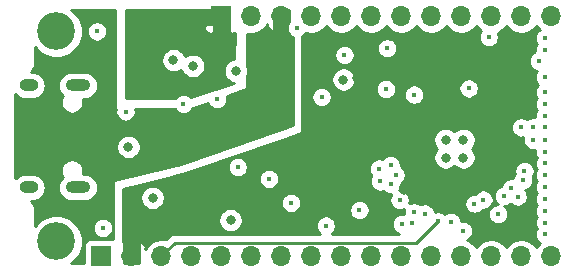
<source format=gbr>
G04 #@! TF.GenerationSoftware,KiCad,Pcbnew,(5.1.7-0-10_14)*
G04 #@! TF.CreationDate,2020-10-24T15:10:09+08:00*
G04 #@! TF.ProjectId,Feather_STM32WB55,46656174-6865-4725-9f53-544d33325742,rev?*
G04 #@! TF.SameCoordinates,Original*
G04 #@! TF.FileFunction,Copper,L3,Inr*
G04 #@! TF.FilePolarity,Positive*
%FSLAX46Y46*%
G04 Gerber Fmt 4.6, Leading zero omitted, Abs format (unit mm)*
G04 Created by KiCad (PCBNEW (5.1.7-0-10_14)) date 2020-10-24 15:10:09*
%MOMM*%
%LPD*%
G01*
G04 APERTURE LIST*
G04 #@! TA.AperFunction,ComponentPad*
%ADD10O,1.600000X1.000000*%
G04 #@! TD*
G04 #@! TA.AperFunction,ComponentPad*
%ADD11O,2.100000X1.000000*%
G04 #@! TD*
G04 #@! TA.AperFunction,ComponentPad*
%ADD12O,1.700000X1.700000*%
G04 #@! TD*
G04 #@! TA.AperFunction,ComponentPad*
%ADD13R,1.700000X1.700000*%
G04 #@! TD*
G04 #@! TA.AperFunction,ComponentPad*
%ADD14C,3.200000*%
G04 #@! TD*
G04 #@! TA.AperFunction,ViaPad*
%ADD15C,0.800000*%
G04 #@! TD*
G04 #@! TA.AperFunction,ViaPad*
%ADD16C,0.450000*%
G04 #@! TD*
G04 #@! TA.AperFunction,Conductor*
%ADD17C,0.250000*%
G04 #@! TD*
G04 #@! TA.AperFunction,Conductor*
%ADD18C,0.254000*%
G04 #@! TD*
G04 #@! TA.AperFunction,Conductor*
%ADD19C,0.100000*%
G04 #@! TD*
G04 APERTURE END LIST*
D10*
X127195000Y-97026000D03*
X127195000Y-88386000D03*
D11*
X131375000Y-97026000D03*
X131375000Y-88386000D03*
D12*
X171450000Y-82550000D03*
X168910000Y-82550000D03*
X166370000Y-82550000D03*
X163830000Y-82550000D03*
X161290000Y-82550000D03*
X158750000Y-82550000D03*
X156210000Y-82550000D03*
X153670000Y-82550000D03*
X151130000Y-82550000D03*
X148590000Y-82550000D03*
X146050000Y-82550000D03*
D13*
X143510000Y-82550000D03*
D12*
X171450000Y-102870000D03*
X168910000Y-102870000D03*
X166370000Y-102870000D03*
X163830000Y-102870000D03*
X161290000Y-102870000D03*
X158750000Y-102870000D03*
X156210000Y-102870000D03*
X153670000Y-102870000D03*
X151130000Y-102870000D03*
X148590000Y-102870000D03*
X146050000Y-102870000D03*
X143510000Y-102870000D03*
X140970000Y-102870000D03*
X138430000Y-102870000D03*
X135890000Y-102870000D03*
D13*
X133350000Y-102870000D03*
D14*
X129540000Y-83820000D03*
X129540000Y-101600000D03*
D15*
X136017000Y-86741000D03*
X137541000Y-86741000D03*
X141350000Y-88450000D03*
X130429000Y-91250000D03*
X130429000Y-94250000D03*
X144400000Y-90350000D03*
X140208000Y-93627010D03*
X133100000Y-95100000D03*
X133100000Y-90300000D03*
X149250000Y-89050000D03*
D16*
X161828144Y-99900002D03*
X166950002Y-99300000D03*
X170400002Y-86300000D03*
X159832082Y-89167918D03*
X169070864Y-96379145D03*
X147547990Y-96300000D03*
X144899998Y-95300000D03*
X156848941Y-95430413D03*
X159686680Y-100037048D03*
X149411334Y-98327906D03*
X169166551Y-95633449D03*
X168600000Y-97800000D03*
X168060527Y-97110527D03*
X132969000Y-83820000D03*
X167430357Y-97756783D03*
X149900000Y-83500000D03*
X152000000Y-89350000D03*
X158800000Y-100100000D03*
X158600000Y-98100000D03*
X158266399Y-95966399D03*
X157847999Y-96723050D03*
X157843285Y-95112136D03*
X156919143Y-96519145D03*
X163955311Y-100686967D03*
X162935807Y-99935807D03*
X133477000Y-100457000D03*
X143150000Y-89550000D03*
X164946181Y-98402010D03*
X159823888Y-99133036D03*
X160736588Y-99242748D03*
X165700000Y-98050000D03*
D15*
X141097000Y-86741000D03*
X135636000Y-93599000D03*
X137700000Y-97900000D03*
X144300000Y-99800000D03*
X164000000Y-94500000D03*
X162500000Y-94500000D03*
X162500000Y-93000000D03*
X164000000Y-93000000D03*
D16*
X170900000Y-93000000D03*
X170900000Y-94000000D03*
X170900000Y-95000000D03*
X170900000Y-96000000D03*
X170900000Y-97000000D03*
X170900000Y-98000000D03*
X169900000Y-93000000D03*
X170900000Y-91950000D03*
X169900000Y-91950000D03*
X168900000Y-91950000D03*
X170900000Y-90950000D03*
X170900000Y-89950000D03*
X170900000Y-88950000D03*
X170900000Y-87700000D03*
X170900000Y-85400000D03*
X170900000Y-84400000D03*
X166150000Y-84300000D03*
X170900000Y-99000000D03*
X170900000Y-100000000D03*
X170900000Y-101000000D03*
X164450000Y-88650000D03*
D15*
X153850000Y-87900000D03*
X139450000Y-86250000D03*
X144750000Y-87150000D03*
D16*
X140300000Y-89950000D03*
X135400000Y-90600000D03*
X153937504Y-85800004D03*
X157550000Y-85250000D03*
X157450000Y-88700000D03*
X152350000Y-100250000D03*
X155200000Y-98950000D03*
D15*
X155000000Y-87800000D03*
D16*
X168500000Y-85550000D03*
X159100000Y-92500000D03*
D15*
X143500000Y-98000000D03*
D16*
X168500000Y-87050000D03*
X168950000Y-88800000D03*
X148455380Y-94755380D03*
X168999996Y-94700000D03*
X165750000Y-99752010D03*
X161249994Y-88650000D03*
X152350000Y-98700004D03*
D15*
X159000000Y-97250000D03*
D16*
X155800000Y-96899998D03*
D17*
X138430000Y-102870000D02*
X139605001Y-101694999D01*
X160033147Y-101694999D02*
X161828144Y-99900002D01*
X139605001Y-101694999D02*
X160033147Y-101694999D01*
D18*
X134473000Y-90300000D02*
X134475440Y-90324776D01*
X134482667Y-90348601D01*
X134494403Y-90370557D01*
X134510197Y-90389803D01*
X134529443Y-90405597D01*
X134551399Y-90417333D01*
X134559026Y-90419647D01*
X134540000Y-90515297D01*
X134540000Y-90684703D01*
X134573049Y-90850853D01*
X134637878Y-91007363D01*
X134731995Y-91148218D01*
X134851782Y-91268005D01*
X134992637Y-91362122D01*
X135149147Y-91426951D01*
X135315297Y-91460000D01*
X135484703Y-91460000D01*
X135650853Y-91426951D01*
X135807363Y-91362122D01*
X135948218Y-91268005D01*
X136068005Y-91148218D01*
X136162122Y-91007363D01*
X136226951Y-90850853D01*
X136260000Y-90684703D01*
X136260000Y-90515297D01*
X136242437Y-90427000D01*
X139584408Y-90427000D01*
X139631995Y-90498218D01*
X139751782Y-90618005D01*
X139892637Y-90712122D01*
X140049147Y-90776951D01*
X140215297Y-90810000D01*
X140384703Y-90810000D01*
X140550853Y-90776951D01*
X140707363Y-90712122D01*
X140848218Y-90618005D01*
X140968005Y-90498218D01*
X141062122Y-90357363D01*
X141085617Y-90300640D01*
X142348573Y-89862472D01*
X142387878Y-89957363D01*
X142481995Y-90098218D01*
X142601782Y-90218005D01*
X142742637Y-90312122D01*
X142899147Y-90376951D01*
X143065297Y-90410000D01*
X143234703Y-90410000D01*
X143400853Y-90376951D01*
X143557363Y-90312122D01*
X143698218Y-90218005D01*
X143818005Y-90098218D01*
X143912122Y-89957363D01*
X143976951Y-89800853D01*
X144010000Y-89634703D01*
X144010000Y-89465297D01*
X143976951Y-89299147D01*
X143976363Y-89297729D01*
X145641627Y-88719984D01*
X145664235Y-88709558D01*
X145684374Y-88694921D01*
X145701271Y-88676636D01*
X145714276Y-88655407D01*
X145722890Y-88632048D01*
X145727000Y-88600000D01*
X145727000Y-87495899D01*
X145745226Y-87451898D01*
X145785000Y-87251939D01*
X145785000Y-87048061D01*
X145745226Y-86848102D01*
X145727000Y-86804101D01*
X145727000Y-83999844D01*
X145903740Y-84035000D01*
X146196260Y-84035000D01*
X146483158Y-83977932D01*
X146753411Y-83865990D01*
X146996632Y-83703475D01*
X147203475Y-83496632D01*
X147365990Y-83253411D01*
X147399296Y-83173002D01*
X147400727Y-83173002D01*
X147356032Y-83376207D01*
X147540927Y-83601067D01*
X147763797Y-83783942D01*
X147967000Y-83720816D01*
X147967000Y-83173000D01*
X147947000Y-83173000D01*
X147947000Y-81990000D01*
X149233000Y-81990000D01*
X149233000Y-82950777D01*
X149231995Y-82951782D01*
X149137878Y-83092637D01*
X149073049Y-83249147D01*
X149040000Y-83415297D01*
X149040000Y-83584703D01*
X149073049Y-83750853D01*
X149137878Y-83907363D01*
X149231995Y-84048218D01*
X149351782Y-84168005D01*
X149492637Y-84262122D01*
X149594924Y-84304491D01*
X149573263Y-91710156D01*
X140064339Y-95077900D01*
X134464316Y-96376282D01*
X134440730Y-96384255D01*
X134419154Y-96396676D01*
X134400416Y-96413068D01*
X134385235Y-96432801D01*
X134374196Y-96455116D01*
X134367722Y-96479156D01*
X134366000Y-96500000D01*
X134366000Y-101406782D01*
X134324482Y-101394188D01*
X134200000Y-101381928D01*
X132500000Y-101381928D01*
X132375518Y-101394188D01*
X132255820Y-101430498D01*
X132145506Y-101489463D01*
X132048815Y-101568815D01*
X131969463Y-101665506D01*
X131910498Y-101775820D01*
X131874188Y-101895518D01*
X131861928Y-102020000D01*
X131861928Y-103430000D01*
X130824105Y-103430000D01*
X130964729Y-103336038D01*
X131276038Y-103024729D01*
X131520631Y-102658669D01*
X131689110Y-102251925D01*
X131775000Y-101820128D01*
X131775000Y-101379872D01*
X131689110Y-100948075D01*
X131520631Y-100541331D01*
X131407687Y-100372297D01*
X132617000Y-100372297D01*
X132617000Y-100541703D01*
X132650049Y-100707853D01*
X132714878Y-100864363D01*
X132808995Y-101005218D01*
X132928782Y-101125005D01*
X133069637Y-101219122D01*
X133226147Y-101283951D01*
X133392297Y-101317000D01*
X133561703Y-101317000D01*
X133727853Y-101283951D01*
X133884363Y-101219122D01*
X134025218Y-101125005D01*
X134145005Y-101005218D01*
X134239122Y-100864363D01*
X134303951Y-100707853D01*
X134337000Y-100541703D01*
X134337000Y-100372297D01*
X134303951Y-100206147D01*
X134239122Y-100049637D01*
X134145005Y-99908782D01*
X134025218Y-99788995D01*
X133884363Y-99694878D01*
X133727853Y-99630049D01*
X133561703Y-99597000D01*
X133392297Y-99597000D01*
X133226147Y-99630049D01*
X133069637Y-99694878D01*
X132928782Y-99788995D01*
X132808995Y-99908782D01*
X132714878Y-100049637D01*
X132650049Y-100206147D01*
X132617000Y-100372297D01*
X131407687Y-100372297D01*
X131276038Y-100175271D01*
X130964729Y-99863962D01*
X130598669Y-99619369D01*
X130191925Y-99450890D01*
X129760128Y-99365000D01*
X129319872Y-99365000D01*
X128888075Y-99450890D01*
X128481331Y-99619369D01*
X128115271Y-99863962D01*
X127803962Y-100175271D01*
X127710000Y-100315895D01*
X127710000Y-98840875D01*
X127713435Y-98806000D01*
X127709397Y-98765000D01*
X127699727Y-98666816D01*
X127659128Y-98532980D01*
X127593200Y-98409637D01*
X127504474Y-98301525D01*
X127477383Y-98279292D01*
X127359091Y-98161000D01*
X127550752Y-98161000D01*
X127717499Y-98144577D01*
X127931447Y-98079676D01*
X128128623Y-97974284D01*
X128301449Y-97832449D01*
X128443284Y-97659623D01*
X128548676Y-97462447D01*
X128613577Y-97248499D01*
X128635491Y-97026000D01*
X129684509Y-97026000D01*
X129706423Y-97248499D01*
X129771324Y-97462447D01*
X129876716Y-97659623D01*
X130018551Y-97832449D01*
X130191377Y-97974284D01*
X130388553Y-98079676D01*
X130602501Y-98144577D01*
X130769248Y-98161000D01*
X131980752Y-98161000D01*
X132147499Y-98144577D01*
X132361447Y-98079676D01*
X132558623Y-97974284D01*
X132731449Y-97832449D01*
X132873284Y-97659623D01*
X132978676Y-97462447D01*
X133043577Y-97248499D01*
X133065491Y-97026000D01*
X133043577Y-96803501D01*
X132978676Y-96589553D01*
X132873284Y-96392377D01*
X132731449Y-96219551D01*
X132558623Y-96077716D01*
X132361447Y-95972324D01*
X132147499Y-95907423D01*
X131980752Y-95891000D01*
X131791904Y-95891000D01*
X131798108Y-95876022D01*
X131835000Y-95690552D01*
X131835000Y-95501448D01*
X131798108Y-95315978D01*
X131725741Y-95141269D01*
X131620681Y-94984036D01*
X131486964Y-94850319D01*
X131329731Y-94745259D01*
X131155022Y-94672892D01*
X130969552Y-94636000D01*
X130780448Y-94636000D01*
X130594978Y-94672892D01*
X130420269Y-94745259D01*
X130263036Y-94850319D01*
X130129319Y-94984036D01*
X130024259Y-95141269D01*
X129951892Y-95315978D01*
X129915000Y-95501448D01*
X129915000Y-95690552D01*
X129951892Y-95876022D01*
X130024259Y-96050731D01*
X130095090Y-96156737D01*
X130018551Y-96219551D01*
X129876716Y-96392377D01*
X129771324Y-96589553D01*
X129706423Y-96803501D01*
X129684509Y-97026000D01*
X128635491Y-97026000D01*
X128613577Y-96803501D01*
X128548676Y-96589553D01*
X128443284Y-96392377D01*
X128301449Y-96219551D01*
X128128623Y-96077716D01*
X127931447Y-95972324D01*
X127717499Y-95907423D01*
X127550752Y-95891000D01*
X126839248Y-95891000D01*
X126672501Y-95907423D01*
X126458553Y-95972324D01*
X126261377Y-96077716D01*
X126088551Y-96219551D01*
X126059000Y-96255559D01*
X126059000Y-93497061D01*
X134601000Y-93497061D01*
X134601000Y-93700939D01*
X134640774Y-93900898D01*
X134718795Y-94089256D01*
X134832063Y-94258774D01*
X134976226Y-94402937D01*
X135145744Y-94516205D01*
X135334102Y-94594226D01*
X135534061Y-94634000D01*
X135737939Y-94634000D01*
X135937898Y-94594226D01*
X136126256Y-94516205D01*
X136295774Y-94402937D01*
X136439937Y-94258774D01*
X136553205Y-94089256D01*
X136631226Y-93900898D01*
X136671000Y-93700939D01*
X136671000Y-93497061D01*
X136631226Y-93297102D01*
X136553205Y-93108744D01*
X136439937Y-92939226D01*
X136295774Y-92795063D01*
X136126256Y-92681795D01*
X135937898Y-92603774D01*
X135737939Y-92564000D01*
X135534061Y-92564000D01*
X135334102Y-92603774D01*
X135145744Y-92681795D01*
X134976226Y-92795063D01*
X134832063Y-92939226D01*
X134718795Y-93108744D01*
X134640774Y-93297102D01*
X134601000Y-93497061D01*
X126059000Y-93497061D01*
X126059000Y-89156441D01*
X126088551Y-89192449D01*
X126261377Y-89334284D01*
X126458553Y-89439676D01*
X126672501Y-89504577D01*
X126839248Y-89521000D01*
X127550752Y-89521000D01*
X127717499Y-89504577D01*
X127931447Y-89439676D01*
X128128623Y-89334284D01*
X128301449Y-89192449D01*
X128443284Y-89019623D01*
X128548676Y-88822447D01*
X128613577Y-88608499D01*
X128635491Y-88386000D01*
X129684509Y-88386000D01*
X129706423Y-88608499D01*
X129771324Y-88822447D01*
X129876716Y-89019623D01*
X130018551Y-89192449D01*
X130095090Y-89255263D01*
X130024259Y-89361269D01*
X129951892Y-89535978D01*
X129915000Y-89721448D01*
X129915000Y-89910552D01*
X129951892Y-90096022D01*
X130024259Y-90270731D01*
X130129319Y-90427964D01*
X130263036Y-90561681D01*
X130420269Y-90666741D01*
X130594978Y-90739108D01*
X130780448Y-90776000D01*
X130969552Y-90776000D01*
X131155022Y-90739108D01*
X131329731Y-90666741D01*
X131486964Y-90561681D01*
X131620681Y-90427964D01*
X131725741Y-90270731D01*
X131798108Y-90096022D01*
X131835000Y-89910552D01*
X131835000Y-89721448D01*
X131798108Y-89535978D01*
X131791904Y-89521000D01*
X131980752Y-89521000D01*
X132147499Y-89504577D01*
X132361447Y-89439676D01*
X132558623Y-89334284D01*
X132731449Y-89192449D01*
X132873284Y-89019623D01*
X132978676Y-88822447D01*
X133043577Y-88608499D01*
X133065491Y-88386000D01*
X133043577Y-88163501D01*
X132978676Y-87949553D01*
X132873284Y-87752377D01*
X132731449Y-87579551D01*
X132558623Y-87437716D01*
X132361447Y-87332324D01*
X132147499Y-87267423D01*
X131980752Y-87251000D01*
X130769248Y-87251000D01*
X130602501Y-87267423D01*
X130388553Y-87332324D01*
X130191377Y-87437716D01*
X130018551Y-87579551D01*
X129876716Y-87752377D01*
X129771324Y-87949553D01*
X129706423Y-88163501D01*
X129684509Y-88386000D01*
X128635491Y-88386000D01*
X128613577Y-88163501D01*
X128548676Y-87949553D01*
X128443284Y-87752377D01*
X128301449Y-87579551D01*
X128128623Y-87437716D01*
X127931447Y-87332324D01*
X127717499Y-87267423D01*
X127550752Y-87251000D01*
X127367091Y-87251000D01*
X127477379Y-87140712D01*
X127504475Y-87118475D01*
X127593200Y-87010363D01*
X127659128Y-86887020D01*
X127699727Y-86753184D01*
X127710000Y-86648877D01*
X127710000Y-86648875D01*
X127713435Y-86614000D01*
X127710000Y-86579125D01*
X127710000Y-85104105D01*
X127803962Y-85244729D01*
X128115271Y-85556038D01*
X128481331Y-85800631D01*
X128888075Y-85969110D01*
X129319872Y-86055000D01*
X129760128Y-86055000D01*
X130191925Y-85969110D01*
X130598669Y-85800631D01*
X130964729Y-85556038D01*
X131276038Y-85244729D01*
X131520631Y-84878669D01*
X131689110Y-84471925D01*
X131775000Y-84040128D01*
X131775000Y-83735297D01*
X132109000Y-83735297D01*
X132109000Y-83904703D01*
X132142049Y-84070853D01*
X132206878Y-84227363D01*
X132300995Y-84368218D01*
X132420782Y-84488005D01*
X132561637Y-84582122D01*
X132718147Y-84646951D01*
X132884297Y-84680000D01*
X133053703Y-84680000D01*
X133219853Y-84646951D01*
X133376363Y-84582122D01*
X133517218Y-84488005D01*
X133637005Y-84368218D01*
X133731122Y-84227363D01*
X133795951Y-84070853D01*
X133829000Y-83904703D01*
X133829000Y-83735297D01*
X133795951Y-83569147D01*
X133731122Y-83412637D01*
X133637005Y-83271782D01*
X133517218Y-83151995D01*
X133376363Y-83057878D01*
X133219853Y-82993049D01*
X133053703Y-82960000D01*
X132884297Y-82960000D01*
X132718147Y-82993049D01*
X132561637Y-83057878D01*
X132420782Y-83151995D01*
X132300995Y-83271782D01*
X132206878Y-83412637D01*
X132142049Y-83569147D01*
X132109000Y-83735297D01*
X131775000Y-83735297D01*
X131775000Y-83599872D01*
X131689110Y-83168075D01*
X131520631Y-82761331D01*
X131276038Y-82395271D01*
X130964729Y-82083962D01*
X130824105Y-81990000D01*
X134473000Y-81990000D01*
X134473000Y-90300000D01*
G04 #@! TA.AperFunction,Conductor*
D19*
G36*
X134473000Y-90300000D02*
G01*
X134475440Y-90324776D01*
X134482667Y-90348601D01*
X134494403Y-90370557D01*
X134510197Y-90389803D01*
X134529443Y-90405597D01*
X134551399Y-90417333D01*
X134559026Y-90419647D01*
X134540000Y-90515297D01*
X134540000Y-90684703D01*
X134573049Y-90850853D01*
X134637878Y-91007363D01*
X134731995Y-91148218D01*
X134851782Y-91268005D01*
X134992637Y-91362122D01*
X135149147Y-91426951D01*
X135315297Y-91460000D01*
X135484703Y-91460000D01*
X135650853Y-91426951D01*
X135807363Y-91362122D01*
X135948218Y-91268005D01*
X136068005Y-91148218D01*
X136162122Y-91007363D01*
X136226951Y-90850853D01*
X136260000Y-90684703D01*
X136260000Y-90515297D01*
X136242437Y-90427000D01*
X139584408Y-90427000D01*
X139631995Y-90498218D01*
X139751782Y-90618005D01*
X139892637Y-90712122D01*
X140049147Y-90776951D01*
X140215297Y-90810000D01*
X140384703Y-90810000D01*
X140550853Y-90776951D01*
X140707363Y-90712122D01*
X140848218Y-90618005D01*
X140968005Y-90498218D01*
X141062122Y-90357363D01*
X141085617Y-90300640D01*
X142348573Y-89862472D01*
X142387878Y-89957363D01*
X142481995Y-90098218D01*
X142601782Y-90218005D01*
X142742637Y-90312122D01*
X142899147Y-90376951D01*
X143065297Y-90410000D01*
X143234703Y-90410000D01*
X143400853Y-90376951D01*
X143557363Y-90312122D01*
X143698218Y-90218005D01*
X143818005Y-90098218D01*
X143912122Y-89957363D01*
X143976951Y-89800853D01*
X144010000Y-89634703D01*
X144010000Y-89465297D01*
X143976951Y-89299147D01*
X143976363Y-89297729D01*
X145641627Y-88719984D01*
X145664235Y-88709558D01*
X145684374Y-88694921D01*
X145701271Y-88676636D01*
X145714276Y-88655407D01*
X145722890Y-88632048D01*
X145727000Y-88600000D01*
X145727000Y-87495899D01*
X145745226Y-87451898D01*
X145785000Y-87251939D01*
X145785000Y-87048061D01*
X145745226Y-86848102D01*
X145727000Y-86804101D01*
X145727000Y-83999844D01*
X145903740Y-84035000D01*
X146196260Y-84035000D01*
X146483158Y-83977932D01*
X146753411Y-83865990D01*
X146996632Y-83703475D01*
X147203475Y-83496632D01*
X147365990Y-83253411D01*
X147399296Y-83173002D01*
X147400727Y-83173002D01*
X147356032Y-83376207D01*
X147540927Y-83601067D01*
X147763797Y-83783942D01*
X147967000Y-83720816D01*
X147967000Y-83173000D01*
X147947000Y-83173000D01*
X147947000Y-81990000D01*
X149233000Y-81990000D01*
X149233000Y-82950777D01*
X149231995Y-82951782D01*
X149137878Y-83092637D01*
X149073049Y-83249147D01*
X149040000Y-83415297D01*
X149040000Y-83584703D01*
X149073049Y-83750853D01*
X149137878Y-83907363D01*
X149231995Y-84048218D01*
X149351782Y-84168005D01*
X149492637Y-84262122D01*
X149594924Y-84304491D01*
X149573263Y-91710156D01*
X140064339Y-95077900D01*
X134464316Y-96376282D01*
X134440730Y-96384255D01*
X134419154Y-96396676D01*
X134400416Y-96413068D01*
X134385235Y-96432801D01*
X134374196Y-96455116D01*
X134367722Y-96479156D01*
X134366000Y-96500000D01*
X134366000Y-101406782D01*
X134324482Y-101394188D01*
X134200000Y-101381928D01*
X132500000Y-101381928D01*
X132375518Y-101394188D01*
X132255820Y-101430498D01*
X132145506Y-101489463D01*
X132048815Y-101568815D01*
X131969463Y-101665506D01*
X131910498Y-101775820D01*
X131874188Y-101895518D01*
X131861928Y-102020000D01*
X131861928Y-103430000D01*
X130824105Y-103430000D01*
X130964729Y-103336038D01*
X131276038Y-103024729D01*
X131520631Y-102658669D01*
X131689110Y-102251925D01*
X131775000Y-101820128D01*
X131775000Y-101379872D01*
X131689110Y-100948075D01*
X131520631Y-100541331D01*
X131407687Y-100372297D01*
X132617000Y-100372297D01*
X132617000Y-100541703D01*
X132650049Y-100707853D01*
X132714878Y-100864363D01*
X132808995Y-101005218D01*
X132928782Y-101125005D01*
X133069637Y-101219122D01*
X133226147Y-101283951D01*
X133392297Y-101317000D01*
X133561703Y-101317000D01*
X133727853Y-101283951D01*
X133884363Y-101219122D01*
X134025218Y-101125005D01*
X134145005Y-101005218D01*
X134239122Y-100864363D01*
X134303951Y-100707853D01*
X134337000Y-100541703D01*
X134337000Y-100372297D01*
X134303951Y-100206147D01*
X134239122Y-100049637D01*
X134145005Y-99908782D01*
X134025218Y-99788995D01*
X133884363Y-99694878D01*
X133727853Y-99630049D01*
X133561703Y-99597000D01*
X133392297Y-99597000D01*
X133226147Y-99630049D01*
X133069637Y-99694878D01*
X132928782Y-99788995D01*
X132808995Y-99908782D01*
X132714878Y-100049637D01*
X132650049Y-100206147D01*
X132617000Y-100372297D01*
X131407687Y-100372297D01*
X131276038Y-100175271D01*
X130964729Y-99863962D01*
X130598669Y-99619369D01*
X130191925Y-99450890D01*
X129760128Y-99365000D01*
X129319872Y-99365000D01*
X128888075Y-99450890D01*
X128481331Y-99619369D01*
X128115271Y-99863962D01*
X127803962Y-100175271D01*
X127710000Y-100315895D01*
X127710000Y-98840875D01*
X127713435Y-98806000D01*
X127709397Y-98765000D01*
X127699727Y-98666816D01*
X127659128Y-98532980D01*
X127593200Y-98409637D01*
X127504474Y-98301525D01*
X127477383Y-98279292D01*
X127359091Y-98161000D01*
X127550752Y-98161000D01*
X127717499Y-98144577D01*
X127931447Y-98079676D01*
X128128623Y-97974284D01*
X128301449Y-97832449D01*
X128443284Y-97659623D01*
X128548676Y-97462447D01*
X128613577Y-97248499D01*
X128635491Y-97026000D01*
X129684509Y-97026000D01*
X129706423Y-97248499D01*
X129771324Y-97462447D01*
X129876716Y-97659623D01*
X130018551Y-97832449D01*
X130191377Y-97974284D01*
X130388553Y-98079676D01*
X130602501Y-98144577D01*
X130769248Y-98161000D01*
X131980752Y-98161000D01*
X132147499Y-98144577D01*
X132361447Y-98079676D01*
X132558623Y-97974284D01*
X132731449Y-97832449D01*
X132873284Y-97659623D01*
X132978676Y-97462447D01*
X133043577Y-97248499D01*
X133065491Y-97026000D01*
X133043577Y-96803501D01*
X132978676Y-96589553D01*
X132873284Y-96392377D01*
X132731449Y-96219551D01*
X132558623Y-96077716D01*
X132361447Y-95972324D01*
X132147499Y-95907423D01*
X131980752Y-95891000D01*
X131791904Y-95891000D01*
X131798108Y-95876022D01*
X131835000Y-95690552D01*
X131835000Y-95501448D01*
X131798108Y-95315978D01*
X131725741Y-95141269D01*
X131620681Y-94984036D01*
X131486964Y-94850319D01*
X131329731Y-94745259D01*
X131155022Y-94672892D01*
X130969552Y-94636000D01*
X130780448Y-94636000D01*
X130594978Y-94672892D01*
X130420269Y-94745259D01*
X130263036Y-94850319D01*
X130129319Y-94984036D01*
X130024259Y-95141269D01*
X129951892Y-95315978D01*
X129915000Y-95501448D01*
X129915000Y-95690552D01*
X129951892Y-95876022D01*
X130024259Y-96050731D01*
X130095090Y-96156737D01*
X130018551Y-96219551D01*
X129876716Y-96392377D01*
X129771324Y-96589553D01*
X129706423Y-96803501D01*
X129684509Y-97026000D01*
X128635491Y-97026000D01*
X128613577Y-96803501D01*
X128548676Y-96589553D01*
X128443284Y-96392377D01*
X128301449Y-96219551D01*
X128128623Y-96077716D01*
X127931447Y-95972324D01*
X127717499Y-95907423D01*
X127550752Y-95891000D01*
X126839248Y-95891000D01*
X126672501Y-95907423D01*
X126458553Y-95972324D01*
X126261377Y-96077716D01*
X126088551Y-96219551D01*
X126059000Y-96255559D01*
X126059000Y-93497061D01*
X134601000Y-93497061D01*
X134601000Y-93700939D01*
X134640774Y-93900898D01*
X134718795Y-94089256D01*
X134832063Y-94258774D01*
X134976226Y-94402937D01*
X135145744Y-94516205D01*
X135334102Y-94594226D01*
X135534061Y-94634000D01*
X135737939Y-94634000D01*
X135937898Y-94594226D01*
X136126256Y-94516205D01*
X136295774Y-94402937D01*
X136439937Y-94258774D01*
X136553205Y-94089256D01*
X136631226Y-93900898D01*
X136671000Y-93700939D01*
X136671000Y-93497061D01*
X136631226Y-93297102D01*
X136553205Y-93108744D01*
X136439937Y-92939226D01*
X136295774Y-92795063D01*
X136126256Y-92681795D01*
X135937898Y-92603774D01*
X135737939Y-92564000D01*
X135534061Y-92564000D01*
X135334102Y-92603774D01*
X135145744Y-92681795D01*
X134976226Y-92795063D01*
X134832063Y-92939226D01*
X134718795Y-93108744D01*
X134640774Y-93297102D01*
X134601000Y-93497061D01*
X126059000Y-93497061D01*
X126059000Y-89156441D01*
X126088551Y-89192449D01*
X126261377Y-89334284D01*
X126458553Y-89439676D01*
X126672501Y-89504577D01*
X126839248Y-89521000D01*
X127550752Y-89521000D01*
X127717499Y-89504577D01*
X127931447Y-89439676D01*
X128128623Y-89334284D01*
X128301449Y-89192449D01*
X128443284Y-89019623D01*
X128548676Y-88822447D01*
X128613577Y-88608499D01*
X128635491Y-88386000D01*
X129684509Y-88386000D01*
X129706423Y-88608499D01*
X129771324Y-88822447D01*
X129876716Y-89019623D01*
X130018551Y-89192449D01*
X130095090Y-89255263D01*
X130024259Y-89361269D01*
X129951892Y-89535978D01*
X129915000Y-89721448D01*
X129915000Y-89910552D01*
X129951892Y-90096022D01*
X130024259Y-90270731D01*
X130129319Y-90427964D01*
X130263036Y-90561681D01*
X130420269Y-90666741D01*
X130594978Y-90739108D01*
X130780448Y-90776000D01*
X130969552Y-90776000D01*
X131155022Y-90739108D01*
X131329731Y-90666741D01*
X131486964Y-90561681D01*
X131620681Y-90427964D01*
X131725741Y-90270731D01*
X131798108Y-90096022D01*
X131835000Y-89910552D01*
X131835000Y-89721448D01*
X131798108Y-89535978D01*
X131791904Y-89521000D01*
X131980752Y-89521000D01*
X132147499Y-89504577D01*
X132361447Y-89439676D01*
X132558623Y-89334284D01*
X132731449Y-89192449D01*
X132873284Y-89019623D01*
X132978676Y-88822447D01*
X133043577Y-88608499D01*
X133065491Y-88386000D01*
X133043577Y-88163501D01*
X132978676Y-87949553D01*
X132873284Y-87752377D01*
X132731449Y-87579551D01*
X132558623Y-87437716D01*
X132361447Y-87332324D01*
X132147499Y-87267423D01*
X131980752Y-87251000D01*
X130769248Y-87251000D01*
X130602501Y-87267423D01*
X130388553Y-87332324D01*
X130191377Y-87437716D01*
X130018551Y-87579551D01*
X129876716Y-87752377D01*
X129771324Y-87949553D01*
X129706423Y-88163501D01*
X129684509Y-88386000D01*
X128635491Y-88386000D01*
X128613577Y-88163501D01*
X128548676Y-87949553D01*
X128443284Y-87752377D01*
X128301449Y-87579551D01*
X128128623Y-87437716D01*
X127931447Y-87332324D01*
X127717499Y-87267423D01*
X127550752Y-87251000D01*
X127367091Y-87251000D01*
X127477379Y-87140712D01*
X127504475Y-87118475D01*
X127593200Y-87010363D01*
X127659128Y-86887020D01*
X127699727Y-86753184D01*
X127710000Y-86648877D01*
X127710000Y-86648875D01*
X127713435Y-86614000D01*
X127710000Y-86579125D01*
X127710000Y-85104105D01*
X127803962Y-85244729D01*
X128115271Y-85556038D01*
X128481331Y-85800631D01*
X128888075Y-85969110D01*
X129319872Y-86055000D01*
X129760128Y-86055000D01*
X130191925Y-85969110D01*
X130598669Y-85800631D01*
X130964729Y-85556038D01*
X131276038Y-85244729D01*
X131520631Y-84878669D01*
X131689110Y-84471925D01*
X131775000Y-84040128D01*
X131775000Y-83735297D01*
X132109000Y-83735297D01*
X132109000Y-83904703D01*
X132142049Y-84070853D01*
X132206878Y-84227363D01*
X132300995Y-84368218D01*
X132420782Y-84488005D01*
X132561637Y-84582122D01*
X132718147Y-84646951D01*
X132884297Y-84680000D01*
X133053703Y-84680000D01*
X133219853Y-84646951D01*
X133376363Y-84582122D01*
X133517218Y-84488005D01*
X133637005Y-84368218D01*
X133731122Y-84227363D01*
X133795951Y-84070853D01*
X133829000Y-83904703D01*
X133829000Y-83735297D01*
X133795951Y-83569147D01*
X133731122Y-83412637D01*
X133637005Y-83271782D01*
X133517218Y-83151995D01*
X133376363Y-83057878D01*
X133219853Y-82993049D01*
X133053703Y-82960000D01*
X132884297Y-82960000D01*
X132718147Y-82993049D01*
X132561637Y-83057878D01*
X132420782Y-83151995D01*
X132300995Y-83271782D01*
X132206878Y-83412637D01*
X132142049Y-83569147D01*
X132109000Y-83735297D01*
X131775000Y-83735297D01*
X131775000Y-83599872D01*
X131689110Y-83168075D01*
X131520631Y-82761331D01*
X131276038Y-82395271D01*
X130964729Y-82083962D01*
X130824105Y-81990000D01*
X134473000Y-81990000D01*
X134473000Y-90300000D01*
G37*
G04 #@! TD.AperFunction*
D18*
X170296525Y-83496632D02*
X170459747Y-83659854D01*
X170351782Y-83731995D01*
X170231995Y-83851782D01*
X170137878Y-83992637D01*
X170073049Y-84149147D01*
X170040000Y-84315297D01*
X170040000Y-84484703D01*
X170073049Y-84650853D01*
X170137878Y-84807363D01*
X170199777Y-84900000D01*
X170137878Y-84992637D01*
X170073049Y-85149147D01*
X170040000Y-85315297D01*
X170040000Y-85484703D01*
X170046167Y-85515706D01*
X169992639Y-85537878D01*
X169851784Y-85631995D01*
X169731997Y-85751782D01*
X169637880Y-85892637D01*
X169573051Y-86049147D01*
X169540002Y-86215297D01*
X169540002Y-86384703D01*
X169573051Y-86550853D01*
X169637880Y-86707363D01*
X169731997Y-86848218D01*
X169851784Y-86968005D01*
X169992639Y-87062122D01*
X170149149Y-87126951D01*
X170238961Y-87144816D01*
X170231995Y-87151782D01*
X170137878Y-87292637D01*
X170073049Y-87449147D01*
X170040000Y-87615297D01*
X170040000Y-87784703D01*
X170073049Y-87950853D01*
X170137878Y-88107363D01*
X170231995Y-88248218D01*
X170308777Y-88325000D01*
X170231995Y-88401782D01*
X170137878Y-88542637D01*
X170073049Y-88699147D01*
X170040000Y-88865297D01*
X170040000Y-89034703D01*
X170073049Y-89200853D01*
X170137878Y-89357363D01*
X170199777Y-89450000D01*
X170137878Y-89542637D01*
X170073049Y-89699147D01*
X170040000Y-89865297D01*
X170040000Y-90034703D01*
X170073049Y-90200853D01*
X170137878Y-90357363D01*
X170199777Y-90450000D01*
X170137878Y-90542637D01*
X170073049Y-90699147D01*
X170040000Y-90865297D01*
X170040000Y-91034703D01*
X170053730Y-91103730D01*
X169984703Y-91090000D01*
X169815297Y-91090000D01*
X169649147Y-91123049D01*
X169492637Y-91187878D01*
X169400000Y-91249777D01*
X169307363Y-91187878D01*
X169150853Y-91123049D01*
X168984703Y-91090000D01*
X168815297Y-91090000D01*
X168649147Y-91123049D01*
X168492637Y-91187878D01*
X168351782Y-91281995D01*
X168231995Y-91401782D01*
X168137878Y-91542637D01*
X168073049Y-91699147D01*
X168040000Y-91865297D01*
X168040000Y-92034703D01*
X168073049Y-92200853D01*
X168137878Y-92357363D01*
X168231995Y-92498218D01*
X168351782Y-92618005D01*
X168492637Y-92712122D01*
X168649147Y-92776951D01*
X168815297Y-92810000D01*
X168984703Y-92810000D01*
X169064085Y-92794210D01*
X169040000Y-92915297D01*
X169040000Y-93084703D01*
X169073049Y-93250853D01*
X169137878Y-93407363D01*
X169231995Y-93548218D01*
X169351782Y-93668005D01*
X169492637Y-93762122D01*
X169649147Y-93826951D01*
X169815297Y-93860000D01*
X169984703Y-93860000D01*
X170053730Y-93846270D01*
X170040000Y-93915297D01*
X170040000Y-94084703D01*
X170073049Y-94250853D01*
X170137878Y-94407363D01*
X170199777Y-94500000D01*
X170137878Y-94592637D01*
X170073049Y-94749147D01*
X170040000Y-94915297D01*
X170040000Y-95084703D01*
X170073049Y-95250853D01*
X170137878Y-95407363D01*
X170199777Y-95500000D01*
X170137878Y-95592637D01*
X170073049Y-95749147D01*
X170040000Y-95915297D01*
X170040000Y-96084703D01*
X170073049Y-96250853D01*
X170137878Y-96407363D01*
X170199777Y-96500000D01*
X170137878Y-96592637D01*
X170073049Y-96749147D01*
X170040000Y-96915297D01*
X170040000Y-97084703D01*
X170073049Y-97250853D01*
X170137878Y-97407363D01*
X170199777Y-97500000D01*
X170137878Y-97592637D01*
X170073049Y-97749147D01*
X170040000Y-97915297D01*
X170040000Y-98084703D01*
X170073049Y-98250853D01*
X170137878Y-98407363D01*
X170199777Y-98500000D01*
X170137878Y-98592637D01*
X170073049Y-98749147D01*
X170040000Y-98915297D01*
X170040000Y-99084703D01*
X170073049Y-99250853D01*
X170137878Y-99407363D01*
X170199777Y-99500000D01*
X170137878Y-99592637D01*
X170073049Y-99749147D01*
X170040000Y-99915297D01*
X170040000Y-100084703D01*
X170073049Y-100250853D01*
X170137878Y-100407363D01*
X170199777Y-100500000D01*
X170137878Y-100592637D01*
X170073049Y-100749147D01*
X170040000Y-100915297D01*
X170040000Y-101084703D01*
X170073049Y-101250853D01*
X170137878Y-101407363D01*
X170231995Y-101548218D01*
X170351782Y-101668005D01*
X170471736Y-101748157D01*
X170296525Y-101923368D01*
X170180000Y-102097760D01*
X170063475Y-101923368D01*
X169856632Y-101716525D01*
X169613411Y-101554010D01*
X169343158Y-101442068D01*
X169056260Y-101385000D01*
X168763740Y-101385000D01*
X168476842Y-101442068D01*
X168206589Y-101554010D01*
X167963368Y-101716525D01*
X167756525Y-101923368D01*
X167640000Y-102097760D01*
X167523475Y-101923368D01*
X167316632Y-101716525D01*
X167073411Y-101554010D01*
X166803158Y-101442068D01*
X166516260Y-101385000D01*
X166223740Y-101385000D01*
X165936842Y-101442068D01*
X165666589Y-101554010D01*
X165423368Y-101716525D01*
X165216525Y-101923368D01*
X165100000Y-102097760D01*
X164983475Y-101923368D01*
X164776632Y-101716525D01*
X164533411Y-101554010D01*
X164321391Y-101466189D01*
X164362674Y-101449089D01*
X164503529Y-101354972D01*
X164623316Y-101235185D01*
X164717433Y-101094330D01*
X164782262Y-100937820D01*
X164815311Y-100771670D01*
X164815311Y-100602264D01*
X164782262Y-100436114D01*
X164717433Y-100279604D01*
X164623316Y-100138749D01*
X164503529Y-100018962D01*
X164362674Y-99924845D01*
X164206164Y-99860016D01*
X164040014Y-99826967D01*
X163870608Y-99826967D01*
X163794036Y-99842198D01*
X163762758Y-99684954D01*
X163697929Y-99528444D01*
X163603812Y-99387589D01*
X163484025Y-99267802D01*
X163343170Y-99173685D01*
X163186660Y-99108856D01*
X163020510Y-99075807D01*
X162851104Y-99075807D01*
X162684954Y-99108856D01*
X162528444Y-99173685D01*
X162402322Y-99257957D01*
X162376362Y-99231997D01*
X162235507Y-99137880D01*
X162078997Y-99073051D01*
X161912847Y-99040002D01*
X161743441Y-99040002D01*
X161579591Y-99072594D01*
X161563539Y-98991895D01*
X161498710Y-98835385D01*
X161404593Y-98694530D01*
X161284806Y-98574743D01*
X161143951Y-98480626D01*
X160987441Y-98415797D01*
X160821291Y-98382748D01*
X160651885Y-98382748D01*
X160485735Y-98415797D01*
X160370104Y-98463693D01*
X160231251Y-98370914D01*
X160101834Y-98317307D01*
X164086181Y-98317307D01*
X164086181Y-98486713D01*
X164119230Y-98652863D01*
X164184059Y-98809373D01*
X164278176Y-98950228D01*
X164397963Y-99070015D01*
X164538818Y-99164132D01*
X164695328Y-99228961D01*
X164861478Y-99262010D01*
X165030884Y-99262010D01*
X165197034Y-99228961D01*
X165230021Y-99215297D01*
X166090002Y-99215297D01*
X166090002Y-99384703D01*
X166123051Y-99550853D01*
X166187880Y-99707363D01*
X166281997Y-99848218D01*
X166401784Y-99968005D01*
X166542639Y-100062122D01*
X166699149Y-100126951D01*
X166865299Y-100160000D01*
X167034705Y-100160000D01*
X167200855Y-100126951D01*
X167357365Y-100062122D01*
X167498220Y-99968005D01*
X167618007Y-99848218D01*
X167712124Y-99707363D01*
X167776953Y-99550853D01*
X167810002Y-99384703D01*
X167810002Y-99215297D01*
X167776953Y-99049147D01*
X167712124Y-98892637D01*
X167618007Y-98751782D01*
X167498220Y-98631995D01*
X167475454Y-98616783D01*
X167515060Y-98616783D01*
X167681210Y-98583734D01*
X167837720Y-98518905D01*
X167978575Y-98424788D01*
X167993570Y-98409793D01*
X168051782Y-98468005D01*
X168192637Y-98562122D01*
X168349147Y-98626951D01*
X168515297Y-98660000D01*
X168684703Y-98660000D01*
X168850853Y-98626951D01*
X169007363Y-98562122D01*
X169148218Y-98468005D01*
X169268005Y-98348218D01*
X169362122Y-98207363D01*
X169426951Y-98050853D01*
X169460000Y-97884703D01*
X169460000Y-97715297D01*
X169426951Y-97549147D01*
X169362122Y-97392637D01*
X169268005Y-97251782D01*
X169238810Y-97222587D01*
X169321717Y-97206096D01*
X169478227Y-97141267D01*
X169619082Y-97047150D01*
X169738869Y-96927363D01*
X169832986Y-96786508D01*
X169897815Y-96629998D01*
X169930864Y-96463848D01*
X169930864Y-96294442D01*
X169897815Y-96128292D01*
X169887255Y-96102798D01*
X169928673Y-96040812D01*
X169993502Y-95884302D01*
X170026551Y-95718152D01*
X170026551Y-95548746D01*
X169993502Y-95382596D01*
X169928673Y-95226086D01*
X169834556Y-95085231D01*
X169714769Y-94965444D01*
X169573914Y-94871327D01*
X169417404Y-94806498D01*
X169251254Y-94773449D01*
X169081848Y-94773449D01*
X168915698Y-94806498D01*
X168759188Y-94871327D01*
X168618333Y-94965444D01*
X168498546Y-95085231D01*
X168404429Y-95226086D01*
X168339600Y-95382596D01*
X168306551Y-95548746D01*
X168306551Y-95718152D01*
X168339600Y-95884302D01*
X168350160Y-95909796D01*
X168308742Y-95971782D01*
X168243913Y-96128292D01*
X168216769Y-96264757D01*
X168145230Y-96250527D01*
X167975824Y-96250527D01*
X167809674Y-96283576D01*
X167653164Y-96348405D01*
X167512309Y-96442522D01*
X167392522Y-96562309D01*
X167298405Y-96703164D01*
X167233576Y-96859674D01*
X167221273Y-96921524D01*
X167179504Y-96929832D01*
X167022994Y-96994661D01*
X166882139Y-97088778D01*
X166762352Y-97208565D01*
X166668235Y-97349420D01*
X166603406Y-97505930D01*
X166570357Y-97672080D01*
X166570357Y-97841486D01*
X166603406Y-98007636D01*
X166668235Y-98164146D01*
X166762352Y-98305001D01*
X166882139Y-98424788D01*
X166904905Y-98440000D01*
X166865299Y-98440000D01*
X166699149Y-98473049D01*
X166542639Y-98537878D01*
X166401784Y-98631995D01*
X166281997Y-98751782D01*
X166187880Y-98892637D01*
X166123051Y-99049147D01*
X166090002Y-99215297D01*
X165230021Y-99215297D01*
X165353544Y-99164132D01*
X165494399Y-99070015D01*
X165614186Y-98950228D01*
X165641066Y-98910000D01*
X165784703Y-98910000D01*
X165950853Y-98876951D01*
X166107363Y-98812122D01*
X166248218Y-98718005D01*
X166368005Y-98598218D01*
X166462122Y-98457363D01*
X166526951Y-98300853D01*
X166560000Y-98134703D01*
X166560000Y-97965297D01*
X166526951Y-97799147D01*
X166462122Y-97642637D01*
X166368005Y-97501782D01*
X166248218Y-97381995D01*
X166107363Y-97287878D01*
X165950853Y-97223049D01*
X165784703Y-97190000D01*
X165615297Y-97190000D01*
X165449147Y-97223049D01*
X165292637Y-97287878D01*
X165151782Y-97381995D01*
X165031995Y-97501782D01*
X165005115Y-97542010D01*
X164861478Y-97542010D01*
X164695328Y-97575059D01*
X164538818Y-97639888D01*
X164397963Y-97734005D01*
X164278176Y-97853792D01*
X164184059Y-97994647D01*
X164119230Y-98151157D01*
X164086181Y-98317307D01*
X160101834Y-98317307D01*
X160074741Y-98306085D01*
X159908591Y-98273036D01*
X159739185Y-98273036D01*
X159573035Y-98306085D01*
X159419080Y-98369856D01*
X159426951Y-98350853D01*
X159460000Y-98184703D01*
X159460000Y-98015297D01*
X159426951Y-97849147D01*
X159362122Y-97692637D01*
X159268005Y-97551782D01*
X159148218Y-97431995D01*
X159007363Y-97337878D01*
X158850853Y-97273049D01*
X158684703Y-97240000D01*
X158536897Y-97240000D01*
X158610121Y-97130413D01*
X158674950Y-96973903D01*
X158707999Y-96807753D01*
X158707999Y-96705644D01*
X158814617Y-96634404D01*
X158934404Y-96514617D01*
X159028521Y-96373762D01*
X159093350Y-96217252D01*
X159126399Y-96051102D01*
X159126399Y-95881696D01*
X159093350Y-95715546D01*
X159028521Y-95559036D01*
X158934404Y-95418181D01*
X158814617Y-95298394D01*
X158698516Y-95220817D01*
X158703285Y-95196839D01*
X158703285Y-95027433D01*
X158670236Y-94861283D01*
X158605407Y-94704773D01*
X158511290Y-94563918D01*
X158391503Y-94444131D01*
X158250648Y-94350014D01*
X158094138Y-94285185D01*
X157927988Y-94252136D01*
X157758582Y-94252136D01*
X157592432Y-94285185D01*
X157435922Y-94350014D01*
X157295067Y-94444131D01*
X157175280Y-94563918D01*
X157138222Y-94619379D01*
X157099794Y-94603462D01*
X156933644Y-94570413D01*
X156764238Y-94570413D01*
X156598088Y-94603462D01*
X156441578Y-94668291D01*
X156300723Y-94762408D01*
X156180936Y-94882195D01*
X156086819Y-95023050D01*
X156021990Y-95179560D01*
X155988941Y-95345710D01*
X155988941Y-95515116D01*
X156021990Y-95681266D01*
X156086819Y-95837776D01*
X156180936Y-95978631D01*
X156219933Y-96017628D01*
X156157021Y-96111782D01*
X156092192Y-96268292D01*
X156059143Y-96434442D01*
X156059143Y-96603848D01*
X156092192Y-96769998D01*
X156157021Y-96926508D01*
X156251138Y-97067363D01*
X156370925Y-97187150D01*
X156511780Y-97281267D01*
X156668290Y-97346096D01*
X156834440Y-97379145D01*
X157003846Y-97379145D01*
X157169996Y-97346096D01*
X157229977Y-97321251D01*
X157299781Y-97391055D01*
X157440636Y-97485172D01*
X157597146Y-97550001D01*
X157763296Y-97583050D01*
X157911102Y-97583050D01*
X157837878Y-97692637D01*
X157773049Y-97849147D01*
X157740000Y-98015297D01*
X157740000Y-98184703D01*
X157773049Y-98350853D01*
X157837878Y-98507363D01*
X157931995Y-98648218D01*
X158051782Y-98768005D01*
X158192637Y-98862122D01*
X158349147Y-98926951D01*
X158515297Y-98960000D01*
X158684703Y-98960000D01*
X158850853Y-98926951D01*
X159004808Y-98863180D01*
X158996937Y-98882183D01*
X158963888Y-99048333D01*
X158963888Y-99217739D01*
X158971760Y-99257317D01*
X158884703Y-99240000D01*
X158715297Y-99240000D01*
X158549147Y-99273049D01*
X158392637Y-99337878D01*
X158251782Y-99431995D01*
X158131995Y-99551782D01*
X158037878Y-99692637D01*
X157973049Y-99849147D01*
X157940000Y-100015297D01*
X157940000Y-100184703D01*
X157973049Y-100350853D01*
X158037878Y-100507363D01*
X158131995Y-100648218D01*
X158251782Y-100768005D01*
X158392637Y-100862122D01*
X158549147Y-100926951D01*
X158589607Y-100934999D01*
X152872785Y-100934999D01*
X152898218Y-100918005D01*
X153018005Y-100798218D01*
X153112122Y-100657363D01*
X153176951Y-100500853D01*
X153210000Y-100334703D01*
X153210000Y-100165297D01*
X153176951Y-99999147D01*
X153112122Y-99842637D01*
X153018005Y-99701782D01*
X152898218Y-99581995D01*
X152757363Y-99487878D01*
X152600853Y-99423049D01*
X152434703Y-99390000D01*
X152265297Y-99390000D01*
X152099147Y-99423049D01*
X151942637Y-99487878D01*
X151801782Y-99581995D01*
X151681995Y-99701782D01*
X151587878Y-99842637D01*
X151523049Y-99999147D01*
X151490000Y-100165297D01*
X151490000Y-100334703D01*
X151523049Y-100500853D01*
X151587878Y-100657363D01*
X151681995Y-100798218D01*
X151801782Y-100918005D01*
X151827215Y-100934999D01*
X139642323Y-100934999D01*
X139605000Y-100931323D01*
X139567677Y-100934999D01*
X139567668Y-100934999D01*
X139456015Y-100945996D01*
X139312754Y-100989453D01*
X139180725Y-101060025D01*
X139065000Y-101154998D01*
X139041202Y-101183996D01*
X138796408Y-101428790D01*
X138576260Y-101385000D01*
X138283740Y-101385000D01*
X137996842Y-101442068D01*
X137726589Y-101554010D01*
X137483368Y-101716525D01*
X137276525Y-101923368D01*
X137114010Y-102166589D01*
X137080704Y-102246998D01*
X137079273Y-102246998D01*
X137123968Y-102043793D01*
X136939073Y-101818933D01*
X136716203Y-101636058D01*
X136513000Y-101699184D01*
X136513000Y-102247000D01*
X136533000Y-102247000D01*
X136533000Y-103430000D01*
X135247000Y-103430000D01*
X135247000Y-102247000D01*
X135267000Y-102247000D01*
X135267000Y-101699184D01*
X135227000Y-101686758D01*
X135227000Y-99698061D01*
X143265000Y-99698061D01*
X143265000Y-99901939D01*
X143304774Y-100101898D01*
X143382795Y-100290256D01*
X143496063Y-100459774D01*
X143640226Y-100603937D01*
X143809744Y-100717205D01*
X143998102Y-100795226D01*
X144198061Y-100835000D01*
X144401939Y-100835000D01*
X144601898Y-100795226D01*
X144790256Y-100717205D01*
X144959774Y-100603937D01*
X145103937Y-100459774D01*
X145217205Y-100290256D01*
X145295226Y-100101898D01*
X145335000Y-99901939D01*
X145335000Y-99698061D01*
X145295226Y-99498102D01*
X145217205Y-99309744D01*
X145103937Y-99140226D01*
X144959774Y-98996063D01*
X144790256Y-98882795D01*
X144601898Y-98804774D01*
X144401939Y-98765000D01*
X144198061Y-98765000D01*
X143998102Y-98804774D01*
X143809744Y-98882795D01*
X143640226Y-98996063D01*
X143496063Y-99140226D01*
X143382795Y-99309744D01*
X143304774Y-99498102D01*
X143265000Y-99698061D01*
X135227000Y-99698061D01*
X135227000Y-97798061D01*
X136665000Y-97798061D01*
X136665000Y-98001939D01*
X136704774Y-98201898D01*
X136782795Y-98390256D01*
X136896063Y-98559774D01*
X137040226Y-98703937D01*
X137209744Y-98817205D01*
X137398102Y-98895226D01*
X137598061Y-98935000D01*
X137801939Y-98935000D01*
X138001898Y-98895226D01*
X138190256Y-98817205D01*
X138359774Y-98703937D01*
X138503937Y-98559774D01*
X138617205Y-98390256D01*
X138678116Y-98243203D01*
X148551334Y-98243203D01*
X148551334Y-98412609D01*
X148584383Y-98578759D01*
X148649212Y-98735269D01*
X148743329Y-98876124D01*
X148863116Y-98995911D01*
X149003971Y-99090028D01*
X149160481Y-99154857D01*
X149326631Y-99187906D01*
X149496037Y-99187906D01*
X149662187Y-99154857D01*
X149818697Y-99090028D01*
X149959552Y-98995911D01*
X150079339Y-98876124D01*
X150086573Y-98865297D01*
X154340000Y-98865297D01*
X154340000Y-99034703D01*
X154373049Y-99200853D01*
X154437878Y-99357363D01*
X154531995Y-99498218D01*
X154651782Y-99618005D01*
X154792637Y-99712122D01*
X154949147Y-99776951D01*
X155115297Y-99810000D01*
X155284703Y-99810000D01*
X155450853Y-99776951D01*
X155607363Y-99712122D01*
X155748218Y-99618005D01*
X155868005Y-99498218D01*
X155962122Y-99357363D01*
X156026951Y-99200853D01*
X156060000Y-99034703D01*
X156060000Y-98865297D01*
X156026951Y-98699147D01*
X155962122Y-98542637D01*
X155868005Y-98401782D01*
X155748218Y-98281995D01*
X155607363Y-98187878D01*
X155450853Y-98123049D01*
X155284703Y-98090000D01*
X155115297Y-98090000D01*
X154949147Y-98123049D01*
X154792637Y-98187878D01*
X154651782Y-98281995D01*
X154531995Y-98401782D01*
X154437878Y-98542637D01*
X154373049Y-98699147D01*
X154340000Y-98865297D01*
X150086573Y-98865297D01*
X150173456Y-98735269D01*
X150238285Y-98578759D01*
X150271334Y-98412609D01*
X150271334Y-98243203D01*
X150238285Y-98077053D01*
X150173456Y-97920543D01*
X150079339Y-97779688D01*
X149959552Y-97659901D01*
X149818697Y-97565784D01*
X149662187Y-97500955D01*
X149496037Y-97467906D01*
X149326631Y-97467906D01*
X149160481Y-97500955D01*
X149003971Y-97565784D01*
X148863116Y-97659901D01*
X148743329Y-97779688D01*
X148649212Y-97920543D01*
X148584383Y-98077053D01*
X148551334Y-98243203D01*
X138678116Y-98243203D01*
X138695226Y-98201898D01*
X138735000Y-98001939D01*
X138735000Y-97798061D01*
X138695226Y-97598102D01*
X138617205Y-97409744D01*
X138503937Y-97240226D01*
X138359774Y-97096063D01*
X138190256Y-96982795D01*
X138001898Y-96904774D01*
X137801939Y-96865000D01*
X137598061Y-96865000D01*
X137398102Y-96904774D01*
X137209744Y-96982795D01*
X137040226Y-97096063D01*
X136896063Y-97240226D01*
X136782795Y-97409744D01*
X136704774Y-97598102D01*
X136665000Y-97798061D01*
X135227000Y-97798061D01*
X135227000Y-97149159D01*
X138962446Y-96215297D01*
X146687990Y-96215297D01*
X146687990Y-96384703D01*
X146721039Y-96550853D01*
X146785868Y-96707363D01*
X146879985Y-96848218D01*
X146999772Y-96968005D01*
X147140627Y-97062122D01*
X147297137Y-97126951D01*
X147463287Y-97160000D01*
X147632693Y-97160000D01*
X147798843Y-97126951D01*
X147955353Y-97062122D01*
X148096208Y-96968005D01*
X148215995Y-96848218D01*
X148310112Y-96707363D01*
X148374941Y-96550853D01*
X148407990Y-96384703D01*
X148407990Y-96215297D01*
X148374941Y-96049147D01*
X148310112Y-95892637D01*
X148215995Y-95751782D01*
X148096208Y-95631995D01*
X147955353Y-95537878D01*
X147798843Y-95473049D01*
X147632693Y-95440000D01*
X147463287Y-95440000D01*
X147297137Y-95473049D01*
X147140627Y-95537878D01*
X146999772Y-95631995D01*
X146879985Y-95751782D01*
X146785868Y-95892637D01*
X146721039Y-96049147D01*
X146687990Y-96215297D01*
X138962446Y-96215297D01*
X140130802Y-95923208D01*
X140141434Y-95920051D01*
X142183408Y-95215297D01*
X144039998Y-95215297D01*
X144039998Y-95384703D01*
X144073047Y-95550853D01*
X144137876Y-95707363D01*
X144231993Y-95848218D01*
X144351780Y-95968005D01*
X144492635Y-96062122D01*
X144649145Y-96126951D01*
X144815295Y-96160000D01*
X144984701Y-96160000D01*
X145150851Y-96126951D01*
X145307361Y-96062122D01*
X145448216Y-95968005D01*
X145568003Y-95848218D01*
X145662120Y-95707363D01*
X145726949Y-95550853D01*
X145759998Y-95384703D01*
X145759998Y-95215297D01*
X145726949Y-95049147D01*
X145662120Y-94892637D01*
X145568003Y-94751782D01*
X145448216Y-94631995D01*
X145307361Y-94537878D01*
X145150851Y-94473049D01*
X144984701Y-94440000D01*
X144815295Y-94440000D01*
X144649145Y-94473049D01*
X144492635Y-94537878D01*
X144351780Y-94631995D01*
X144231993Y-94751782D01*
X144137876Y-94892637D01*
X144073047Y-95049147D01*
X144039998Y-95215297D01*
X142183408Y-95215297D01*
X148897434Y-92898061D01*
X161465000Y-92898061D01*
X161465000Y-93101939D01*
X161504774Y-93301898D01*
X161582795Y-93490256D01*
X161696063Y-93659774D01*
X161786289Y-93750000D01*
X161696063Y-93840226D01*
X161582795Y-94009744D01*
X161504774Y-94198102D01*
X161465000Y-94398061D01*
X161465000Y-94601939D01*
X161504774Y-94801898D01*
X161582795Y-94990256D01*
X161696063Y-95159774D01*
X161840226Y-95303937D01*
X162009744Y-95417205D01*
X162198102Y-95495226D01*
X162398061Y-95535000D01*
X162601939Y-95535000D01*
X162801898Y-95495226D01*
X162990256Y-95417205D01*
X163159774Y-95303937D01*
X163250000Y-95213711D01*
X163340226Y-95303937D01*
X163509744Y-95417205D01*
X163698102Y-95495226D01*
X163898061Y-95535000D01*
X164101939Y-95535000D01*
X164301898Y-95495226D01*
X164490256Y-95417205D01*
X164659774Y-95303937D01*
X164803937Y-95159774D01*
X164917205Y-94990256D01*
X164995226Y-94801898D01*
X165035000Y-94601939D01*
X165035000Y-94398061D01*
X164995226Y-94198102D01*
X164917205Y-94009744D01*
X164803937Y-93840226D01*
X164713711Y-93750000D01*
X164803937Y-93659774D01*
X164917205Y-93490256D01*
X164995226Y-93301898D01*
X165035000Y-93101939D01*
X165035000Y-92898061D01*
X164995226Y-92698102D01*
X164917205Y-92509744D01*
X164803937Y-92340226D01*
X164659774Y-92196063D01*
X164490256Y-92082795D01*
X164301898Y-92004774D01*
X164101939Y-91965000D01*
X163898061Y-91965000D01*
X163698102Y-92004774D01*
X163509744Y-92082795D01*
X163340226Y-92196063D01*
X163250000Y-92286289D01*
X163159774Y-92196063D01*
X162990256Y-92082795D01*
X162801898Y-92004774D01*
X162601939Y-91965000D01*
X162398061Y-91965000D01*
X162198102Y-92004774D01*
X162009744Y-92082795D01*
X161840226Y-92196063D01*
X161696063Y-92340226D01*
X161582795Y-92509744D01*
X161504774Y-92698102D01*
X161465000Y-92898061D01*
X148897434Y-92898061D01*
X150282434Y-92420051D01*
X150305058Y-92409661D01*
X150325221Y-92395057D01*
X150342148Y-92376799D01*
X150355187Y-92355591D01*
X150363838Y-92332246D01*
X150368000Y-92300000D01*
X150368000Y-89265297D01*
X151140000Y-89265297D01*
X151140000Y-89434703D01*
X151173049Y-89600853D01*
X151237878Y-89757363D01*
X151331995Y-89898218D01*
X151451782Y-90018005D01*
X151592637Y-90112122D01*
X151749147Y-90176951D01*
X151915297Y-90210000D01*
X152084703Y-90210000D01*
X152250853Y-90176951D01*
X152407363Y-90112122D01*
X152548218Y-90018005D01*
X152668005Y-89898218D01*
X152762122Y-89757363D01*
X152826951Y-89600853D01*
X152860000Y-89434703D01*
X152860000Y-89265297D01*
X152826951Y-89099147D01*
X152762122Y-88942637D01*
X152668005Y-88801782D01*
X152548218Y-88681995D01*
X152407363Y-88587878D01*
X152250853Y-88523049D01*
X152084703Y-88490000D01*
X151915297Y-88490000D01*
X151749147Y-88523049D01*
X151592637Y-88587878D01*
X151451782Y-88681995D01*
X151331995Y-88801782D01*
X151237878Y-88942637D01*
X151173049Y-89099147D01*
X151140000Y-89265297D01*
X150368000Y-89265297D01*
X150368000Y-87798061D01*
X152815000Y-87798061D01*
X152815000Y-88001939D01*
X152854774Y-88201898D01*
X152932795Y-88390256D01*
X153046063Y-88559774D01*
X153190226Y-88703937D01*
X153359744Y-88817205D01*
X153548102Y-88895226D01*
X153748061Y-88935000D01*
X153951939Y-88935000D01*
X154151898Y-88895226D01*
X154340256Y-88817205D01*
X154509774Y-88703937D01*
X154598414Y-88615297D01*
X156590000Y-88615297D01*
X156590000Y-88784703D01*
X156623049Y-88950853D01*
X156687878Y-89107363D01*
X156781995Y-89248218D01*
X156901782Y-89368005D01*
X157042637Y-89462122D01*
X157199147Y-89526951D01*
X157365297Y-89560000D01*
X157534703Y-89560000D01*
X157700853Y-89526951D01*
X157857363Y-89462122D01*
X157998218Y-89368005D01*
X158118005Y-89248218D01*
X158212122Y-89107363D01*
X158222124Y-89083215D01*
X158972082Y-89083215D01*
X158972082Y-89252621D01*
X159005131Y-89418771D01*
X159069960Y-89575281D01*
X159164077Y-89716136D01*
X159283864Y-89835923D01*
X159424719Y-89930040D01*
X159581229Y-89994869D01*
X159747379Y-90027918D01*
X159916785Y-90027918D01*
X160082935Y-89994869D01*
X160239445Y-89930040D01*
X160380300Y-89835923D01*
X160500087Y-89716136D01*
X160594204Y-89575281D01*
X160659033Y-89418771D01*
X160692082Y-89252621D01*
X160692082Y-89083215D01*
X160659033Y-88917065D01*
X160594204Y-88760555D01*
X160500087Y-88619700D01*
X160445684Y-88565297D01*
X163590000Y-88565297D01*
X163590000Y-88734703D01*
X163623049Y-88900853D01*
X163687878Y-89057363D01*
X163781995Y-89198218D01*
X163901782Y-89318005D01*
X164042637Y-89412122D01*
X164199147Y-89476951D01*
X164365297Y-89510000D01*
X164534703Y-89510000D01*
X164700853Y-89476951D01*
X164857363Y-89412122D01*
X164998218Y-89318005D01*
X165118005Y-89198218D01*
X165212122Y-89057363D01*
X165276951Y-88900853D01*
X165310000Y-88734703D01*
X165310000Y-88565297D01*
X165276951Y-88399147D01*
X165212122Y-88242637D01*
X165118005Y-88101782D01*
X164998218Y-87981995D01*
X164857363Y-87887878D01*
X164700853Y-87823049D01*
X164534703Y-87790000D01*
X164365297Y-87790000D01*
X164199147Y-87823049D01*
X164042637Y-87887878D01*
X163901782Y-87981995D01*
X163781995Y-88101782D01*
X163687878Y-88242637D01*
X163623049Y-88399147D01*
X163590000Y-88565297D01*
X160445684Y-88565297D01*
X160380300Y-88499913D01*
X160239445Y-88405796D01*
X160082935Y-88340967D01*
X159916785Y-88307918D01*
X159747379Y-88307918D01*
X159581229Y-88340967D01*
X159424719Y-88405796D01*
X159283864Y-88499913D01*
X159164077Y-88619700D01*
X159069960Y-88760555D01*
X159005131Y-88917065D01*
X158972082Y-89083215D01*
X158222124Y-89083215D01*
X158276951Y-88950853D01*
X158310000Y-88784703D01*
X158310000Y-88615297D01*
X158276951Y-88449147D01*
X158212122Y-88292637D01*
X158118005Y-88151782D01*
X157998218Y-88031995D01*
X157857363Y-87937878D01*
X157700853Y-87873049D01*
X157534703Y-87840000D01*
X157365297Y-87840000D01*
X157199147Y-87873049D01*
X157042637Y-87937878D01*
X156901782Y-88031995D01*
X156781995Y-88151782D01*
X156687878Y-88292637D01*
X156623049Y-88449147D01*
X156590000Y-88615297D01*
X154598414Y-88615297D01*
X154653937Y-88559774D01*
X154767205Y-88390256D01*
X154845226Y-88201898D01*
X154885000Y-88001939D01*
X154885000Y-87798061D01*
X154845226Y-87598102D01*
X154767205Y-87409744D01*
X154653937Y-87240226D01*
X154509774Y-87096063D01*
X154340256Y-86982795D01*
X154151898Y-86904774D01*
X153951939Y-86865000D01*
X153748061Y-86865000D01*
X153548102Y-86904774D01*
X153359744Y-86982795D01*
X153190226Y-87096063D01*
X153046063Y-87240226D01*
X152932795Y-87409744D01*
X152854774Y-87598102D01*
X152815000Y-87798061D01*
X150368000Y-87798061D01*
X150368000Y-85715301D01*
X153077504Y-85715301D01*
X153077504Y-85884707D01*
X153110553Y-86050857D01*
X153175382Y-86207367D01*
X153269499Y-86348222D01*
X153389286Y-86468009D01*
X153530141Y-86562126D01*
X153686651Y-86626955D01*
X153852801Y-86660004D01*
X154022207Y-86660004D01*
X154188357Y-86626955D01*
X154344867Y-86562126D01*
X154485722Y-86468009D01*
X154605509Y-86348222D01*
X154699626Y-86207367D01*
X154764455Y-86050857D01*
X154797504Y-85884707D01*
X154797504Y-85715301D01*
X154764455Y-85549151D01*
X154699626Y-85392641D01*
X154605509Y-85251786D01*
X154519020Y-85165297D01*
X156690000Y-85165297D01*
X156690000Y-85334703D01*
X156723049Y-85500853D01*
X156787878Y-85657363D01*
X156881995Y-85798218D01*
X157001782Y-85918005D01*
X157142637Y-86012122D01*
X157299147Y-86076951D01*
X157465297Y-86110000D01*
X157634703Y-86110000D01*
X157800853Y-86076951D01*
X157957363Y-86012122D01*
X158098218Y-85918005D01*
X158218005Y-85798218D01*
X158312122Y-85657363D01*
X158376951Y-85500853D01*
X158410000Y-85334703D01*
X158410000Y-85165297D01*
X158376951Y-84999147D01*
X158312122Y-84842637D01*
X158218005Y-84701782D01*
X158098218Y-84581995D01*
X157957363Y-84487878D01*
X157800853Y-84423049D01*
X157634703Y-84390000D01*
X157465297Y-84390000D01*
X157299147Y-84423049D01*
X157142637Y-84487878D01*
X157001782Y-84581995D01*
X156881995Y-84701782D01*
X156787878Y-84842637D01*
X156723049Y-84999147D01*
X156690000Y-85165297D01*
X154519020Y-85165297D01*
X154485722Y-85131999D01*
X154344867Y-85037882D01*
X154188357Y-84973053D01*
X154022207Y-84940004D01*
X153852801Y-84940004D01*
X153686651Y-84973053D01*
X153530141Y-85037882D01*
X153389286Y-85131999D01*
X153269499Y-85251786D01*
X153175382Y-85392641D01*
X153110553Y-85549151D01*
X153077504Y-85715301D01*
X150368000Y-85715301D01*
X150368000Y-84221605D01*
X150448218Y-84168005D01*
X150568005Y-84048218D01*
X150632717Y-83951371D01*
X150696842Y-83977932D01*
X150983740Y-84035000D01*
X151276260Y-84035000D01*
X151563158Y-83977932D01*
X151833411Y-83865990D01*
X152076632Y-83703475D01*
X152283475Y-83496632D01*
X152400000Y-83322240D01*
X152516525Y-83496632D01*
X152723368Y-83703475D01*
X152966589Y-83865990D01*
X153236842Y-83977932D01*
X153523740Y-84035000D01*
X153816260Y-84035000D01*
X154103158Y-83977932D01*
X154373411Y-83865990D01*
X154616632Y-83703475D01*
X154823475Y-83496632D01*
X154940000Y-83322240D01*
X155056525Y-83496632D01*
X155263368Y-83703475D01*
X155506589Y-83865990D01*
X155776842Y-83977932D01*
X156063740Y-84035000D01*
X156356260Y-84035000D01*
X156643158Y-83977932D01*
X156913411Y-83865990D01*
X157156632Y-83703475D01*
X157363475Y-83496632D01*
X157480000Y-83322240D01*
X157596525Y-83496632D01*
X157803368Y-83703475D01*
X158046589Y-83865990D01*
X158316842Y-83977932D01*
X158603740Y-84035000D01*
X158896260Y-84035000D01*
X159183158Y-83977932D01*
X159453411Y-83865990D01*
X159696632Y-83703475D01*
X159903475Y-83496632D01*
X160020000Y-83322240D01*
X160136525Y-83496632D01*
X160343368Y-83703475D01*
X160586589Y-83865990D01*
X160856842Y-83977932D01*
X161143740Y-84035000D01*
X161436260Y-84035000D01*
X161723158Y-83977932D01*
X161993411Y-83865990D01*
X162236632Y-83703475D01*
X162443475Y-83496632D01*
X162560000Y-83322240D01*
X162676525Y-83496632D01*
X162883368Y-83703475D01*
X163126589Y-83865990D01*
X163396842Y-83977932D01*
X163683740Y-84035000D01*
X163976260Y-84035000D01*
X164263158Y-83977932D01*
X164533411Y-83865990D01*
X164776632Y-83703475D01*
X164983475Y-83496632D01*
X165100000Y-83322240D01*
X165216525Y-83496632D01*
X165423368Y-83703475D01*
X165487470Y-83746307D01*
X165481995Y-83751782D01*
X165387878Y-83892637D01*
X165323049Y-84049147D01*
X165290000Y-84215297D01*
X165290000Y-84384703D01*
X165323049Y-84550853D01*
X165387878Y-84707363D01*
X165481995Y-84848218D01*
X165601782Y-84968005D01*
X165742637Y-85062122D01*
X165899147Y-85126951D01*
X166065297Y-85160000D01*
X166234703Y-85160000D01*
X166400853Y-85126951D01*
X166557363Y-85062122D01*
X166698218Y-84968005D01*
X166818005Y-84848218D01*
X166912122Y-84707363D01*
X166976951Y-84550853D01*
X167010000Y-84384703D01*
X167010000Y-84215297D01*
X166976951Y-84049147D01*
X166926321Y-83926916D01*
X167073411Y-83865990D01*
X167316632Y-83703475D01*
X167523475Y-83496632D01*
X167640000Y-83322240D01*
X167756525Y-83496632D01*
X167963368Y-83703475D01*
X168206589Y-83865990D01*
X168476842Y-83977932D01*
X168763740Y-84035000D01*
X169056260Y-84035000D01*
X169343158Y-83977932D01*
X169613411Y-83865990D01*
X169856632Y-83703475D01*
X170063475Y-83496632D01*
X170180000Y-83322240D01*
X170296525Y-83496632D01*
G04 #@! TA.AperFunction,Conductor*
D19*
G36*
X170296525Y-83496632D02*
G01*
X170459747Y-83659854D01*
X170351782Y-83731995D01*
X170231995Y-83851782D01*
X170137878Y-83992637D01*
X170073049Y-84149147D01*
X170040000Y-84315297D01*
X170040000Y-84484703D01*
X170073049Y-84650853D01*
X170137878Y-84807363D01*
X170199777Y-84900000D01*
X170137878Y-84992637D01*
X170073049Y-85149147D01*
X170040000Y-85315297D01*
X170040000Y-85484703D01*
X170046167Y-85515706D01*
X169992639Y-85537878D01*
X169851784Y-85631995D01*
X169731997Y-85751782D01*
X169637880Y-85892637D01*
X169573051Y-86049147D01*
X169540002Y-86215297D01*
X169540002Y-86384703D01*
X169573051Y-86550853D01*
X169637880Y-86707363D01*
X169731997Y-86848218D01*
X169851784Y-86968005D01*
X169992639Y-87062122D01*
X170149149Y-87126951D01*
X170238961Y-87144816D01*
X170231995Y-87151782D01*
X170137878Y-87292637D01*
X170073049Y-87449147D01*
X170040000Y-87615297D01*
X170040000Y-87784703D01*
X170073049Y-87950853D01*
X170137878Y-88107363D01*
X170231995Y-88248218D01*
X170308777Y-88325000D01*
X170231995Y-88401782D01*
X170137878Y-88542637D01*
X170073049Y-88699147D01*
X170040000Y-88865297D01*
X170040000Y-89034703D01*
X170073049Y-89200853D01*
X170137878Y-89357363D01*
X170199777Y-89450000D01*
X170137878Y-89542637D01*
X170073049Y-89699147D01*
X170040000Y-89865297D01*
X170040000Y-90034703D01*
X170073049Y-90200853D01*
X170137878Y-90357363D01*
X170199777Y-90450000D01*
X170137878Y-90542637D01*
X170073049Y-90699147D01*
X170040000Y-90865297D01*
X170040000Y-91034703D01*
X170053730Y-91103730D01*
X169984703Y-91090000D01*
X169815297Y-91090000D01*
X169649147Y-91123049D01*
X169492637Y-91187878D01*
X169400000Y-91249777D01*
X169307363Y-91187878D01*
X169150853Y-91123049D01*
X168984703Y-91090000D01*
X168815297Y-91090000D01*
X168649147Y-91123049D01*
X168492637Y-91187878D01*
X168351782Y-91281995D01*
X168231995Y-91401782D01*
X168137878Y-91542637D01*
X168073049Y-91699147D01*
X168040000Y-91865297D01*
X168040000Y-92034703D01*
X168073049Y-92200853D01*
X168137878Y-92357363D01*
X168231995Y-92498218D01*
X168351782Y-92618005D01*
X168492637Y-92712122D01*
X168649147Y-92776951D01*
X168815297Y-92810000D01*
X168984703Y-92810000D01*
X169064085Y-92794210D01*
X169040000Y-92915297D01*
X169040000Y-93084703D01*
X169073049Y-93250853D01*
X169137878Y-93407363D01*
X169231995Y-93548218D01*
X169351782Y-93668005D01*
X169492637Y-93762122D01*
X169649147Y-93826951D01*
X169815297Y-93860000D01*
X169984703Y-93860000D01*
X170053730Y-93846270D01*
X170040000Y-93915297D01*
X170040000Y-94084703D01*
X170073049Y-94250853D01*
X170137878Y-94407363D01*
X170199777Y-94500000D01*
X170137878Y-94592637D01*
X170073049Y-94749147D01*
X170040000Y-94915297D01*
X170040000Y-95084703D01*
X170073049Y-95250853D01*
X170137878Y-95407363D01*
X170199777Y-95500000D01*
X170137878Y-95592637D01*
X170073049Y-95749147D01*
X170040000Y-95915297D01*
X170040000Y-96084703D01*
X170073049Y-96250853D01*
X170137878Y-96407363D01*
X170199777Y-96500000D01*
X170137878Y-96592637D01*
X170073049Y-96749147D01*
X170040000Y-96915297D01*
X170040000Y-97084703D01*
X170073049Y-97250853D01*
X170137878Y-97407363D01*
X170199777Y-97500000D01*
X170137878Y-97592637D01*
X170073049Y-97749147D01*
X170040000Y-97915297D01*
X170040000Y-98084703D01*
X170073049Y-98250853D01*
X170137878Y-98407363D01*
X170199777Y-98500000D01*
X170137878Y-98592637D01*
X170073049Y-98749147D01*
X170040000Y-98915297D01*
X170040000Y-99084703D01*
X170073049Y-99250853D01*
X170137878Y-99407363D01*
X170199777Y-99500000D01*
X170137878Y-99592637D01*
X170073049Y-99749147D01*
X170040000Y-99915297D01*
X170040000Y-100084703D01*
X170073049Y-100250853D01*
X170137878Y-100407363D01*
X170199777Y-100500000D01*
X170137878Y-100592637D01*
X170073049Y-100749147D01*
X170040000Y-100915297D01*
X170040000Y-101084703D01*
X170073049Y-101250853D01*
X170137878Y-101407363D01*
X170231995Y-101548218D01*
X170351782Y-101668005D01*
X170471736Y-101748157D01*
X170296525Y-101923368D01*
X170180000Y-102097760D01*
X170063475Y-101923368D01*
X169856632Y-101716525D01*
X169613411Y-101554010D01*
X169343158Y-101442068D01*
X169056260Y-101385000D01*
X168763740Y-101385000D01*
X168476842Y-101442068D01*
X168206589Y-101554010D01*
X167963368Y-101716525D01*
X167756525Y-101923368D01*
X167640000Y-102097760D01*
X167523475Y-101923368D01*
X167316632Y-101716525D01*
X167073411Y-101554010D01*
X166803158Y-101442068D01*
X166516260Y-101385000D01*
X166223740Y-101385000D01*
X165936842Y-101442068D01*
X165666589Y-101554010D01*
X165423368Y-101716525D01*
X165216525Y-101923368D01*
X165100000Y-102097760D01*
X164983475Y-101923368D01*
X164776632Y-101716525D01*
X164533411Y-101554010D01*
X164321391Y-101466189D01*
X164362674Y-101449089D01*
X164503529Y-101354972D01*
X164623316Y-101235185D01*
X164717433Y-101094330D01*
X164782262Y-100937820D01*
X164815311Y-100771670D01*
X164815311Y-100602264D01*
X164782262Y-100436114D01*
X164717433Y-100279604D01*
X164623316Y-100138749D01*
X164503529Y-100018962D01*
X164362674Y-99924845D01*
X164206164Y-99860016D01*
X164040014Y-99826967D01*
X163870608Y-99826967D01*
X163794036Y-99842198D01*
X163762758Y-99684954D01*
X163697929Y-99528444D01*
X163603812Y-99387589D01*
X163484025Y-99267802D01*
X163343170Y-99173685D01*
X163186660Y-99108856D01*
X163020510Y-99075807D01*
X162851104Y-99075807D01*
X162684954Y-99108856D01*
X162528444Y-99173685D01*
X162402322Y-99257957D01*
X162376362Y-99231997D01*
X162235507Y-99137880D01*
X162078997Y-99073051D01*
X161912847Y-99040002D01*
X161743441Y-99040002D01*
X161579591Y-99072594D01*
X161563539Y-98991895D01*
X161498710Y-98835385D01*
X161404593Y-98694530D01*
X161284806Y-98574743D01*
X161143951Y-98480626D01*
X160987441Y-98415797D01*
X160821291Y-98382748D01*
X160651885Y-98382748D01*
X160485735Y-98415797D01*
X160370104Y-98463693D01*
X160231251Y-98370914D01*
X160101834Y-98317307D01*
X164086181Y-98317307D01*
X164086181Y-98486713D01*
X164119230Y-98652863D01*
X164184059Y-98809373D01*
X164278176Y-98950228D01*
X164397963Y-99070015D01*
X164538818Y-99164132D01*
X164695328Y-99228961D01*
X164861478Y-99262010D01*
X165030884Y-99262010D01*
X165197034Y-99228961D01*
X165230021Y-99215297D01*
X166090002Y-99215297D01*
X166090002Y-99384703D01*
X166123051Y-99550853D01*
X166187880Y-99707363D01*
X166281997Y-99848218D01*
X166401784Y-99968005D01*
X166542639Y-100062122D01*
X166699149Y-100126951D01*
X166865299Y-100160000D01*
X167034705Y-100160000D01*
X167200855Y-100126951D01*
X167357365Y-100062122D01*
X167498220Y-99968005D01*
X167618007Y-99848218D01*
X167712124Y-99707363D01*
X167776953Y-99550853D01*
X167810002Y-99384703D01*
X167810002Y-99215297D01*
X167776953Y-99049147D01*
X167712124Y-98892637D01*
X167618007Y-98751782D01*
X167498220Y-98631995D01*
X167475454Y-98616783D01*
X167515060Y-98616783D01*
X167681210Y-98583734D01*
X167837720Y-98518905D01*
X167978575Y-98424788D01*
X167993570Y-98409793D01*
X168051782Y-98468005D01*
X168192637Y-98562122D01*
X168349147Y-98626951D01*
X168515297Y-98660000D01*
X168684703Y-98660000D01*
X168850853Y-98626951D01*
X169007363Y-98562122D01*
X169148218Y-98468005D01*
X169268005Y-98348218D01*
X169362122Y-98207363D01*
X169426951Y-98050853D01*
X169460000Y-97884703D01*
X169460000Y-97715297D01*
X169426951Y-97549147D01*
X169362122Y-97392637D01*
X169268005Y-97251782D01*
X169238810Y-97222587D01*
X169321717Y-97206096D01*
X169478227Y-97141267D01*
X169619082Y-97047150D01*
X169738869Y-96927363D01*
X169832986Y-96786508D01*
X169897815Y-96629998D01*
X169930864Y-96463848D01*
X169930864Y-96294442D01*
X169897815Y-96128292D01*
X169887255Y-96102798D01*
X169928673Y-96040812D01*
X169993502Y-95884302D01*
X170026551Y-95718152D01*
X170026551Y-95548746D01*
X169993502Y-95382596D01*
X169928673Y-95226086D01*
X169834556Y-95085231D01*
X169714769Y-94965444D01*
X169573914Y-94871327D01*
X169417404Y-94806498D01*
X169251254Y-94773449D01*
X169081848Y-94773449D01*
X168915698Y-94806498D01*
X168759188Y-94871327D01*
X168618333Y-94965444D01*
X168498546Y-95085231D01*
X168404429Y-95226086D01*
X168339600Y-95382596D01*
X168306551Y-95548746D01*
X168306551Y-95718152D01*
X168339600Y-95884302D01*
X168350160Y-95909796D01*
X168308742Y-95971782D01*
X168243913Y-96128292D01*
X168216769Y-96264757D01*
X168145230Y-96250527D01*
X167975824Y-96250527D01*
X167809674Y-96283576D01*
X167653164Y-96348405D01*
X167512309Y-96442522D01*
X167392522Y-96562309D01*
X167298405Y-96703164D01*
X167233576Y-96859674D01*
X167221273Y-96921524D01*
X167179504Y-96929832D01*
X167022994Y-96994661D01*
X166882139Y-97088778D01*
X166762352Y-97208565D01*
X166668235Y-97349420D01*
X166603406Y-97505930D01*
X166570357Y-97672080D01*
X166570357Y-97841486D01*
X166603406Y-98007636D01*
X166668235Y-98164146D01*
X166762352Y-98305001D01*
X166882139Y-98424788D01*
X166904905Y-98440000D01*
X166865299Y-98440000D01*
X166699149Y-98473049D01*
X166542639Y-98537878D01*
X166401784Y-98631995D01*
X166281997Y-98751782D01*
X166187880Y-98892637D01*
X166123051Y-99049147D01*
X166090002Y-99215297D01*
X165230021Y-99215297D01*
X165353544Y-99164132D01*
X165494399Y-99070015D01*
X165614186Y-98950228D01*
X165641066Y-98910000D01*
X165784703Y-98910000D01*
X165950853Y-98876951D01*
X166107363Y-98812122D01*
X166248218Y-98718005D01*
X166368005Y-98598218D01*
X166462122Y-98457363D01*
X166526951Y-98300853D01*
X166560000Y-98134703D01*
X166560000Y-97965297D01*
X166526951Y-97799147D01*
X166462122Y-97642637D01*
X166368005Y-97501782D01*
X166248218Y-97381995D01*
X166107363Y-97287878D01*
X165950853Y-97223049D01*
X165784703Y-97190000D01*
X165615297Y-97190000D01*
X165449147Y-97223049D01*
X165292637Y-97287878D01*
X165151782Y-97381995D01*
X165031995Y-97501782D01*
X165005115Y-97542010D01*
X164861478Y-97542010D01*
X164695328Y-97575059D01*
X164538818Y-97639888D01*
X164397963Y-97734005D01*
X164278176Y-97853792D01*
X164184059Y-97994647D01*
X164119230Y-98151157D01*
X164086181Y-98317307D01*
X160101834Y-98317307D01*
X160074741Y-98306085D01*
X159908591Y-98273036D01*
X159739185Y-98273036D01*
X159573035Y-98306085D01*
X159419080Y-98369856D01*
X159426951Y-98350853D01*
X159460000Y-98184703D01*
X159460000Y-98015297D01*
X159426951Y-97849147D01*
X159362122Y-97692637D01*
X159268005Y-97551782D01*
X159148218Y-97431995D01*
X159007363Y-97337878D01*
X158850853Y-97273049D01*
X158684703Y-97240000D01*
X158536897Y-97240000D01*
X158610121Y-97130413D01*
X158674950Y-96973903D01*
X158707999Y-96807753D01*
X158707999Y-96705644D01*
X158814617Y-96634404D01*
X158934404Y-96514617D01*
X159028521Y-96373762D01*
X159093350Y-96217252D01*
X159126399Y-96051102D01*
X159126399Y-95881696D01*
X159093350Y-95715546D01*
X159028521Y-95559036D01*
X158934404Y-95418181D01*
X158814617Y-95298394D01*
X158698516Y-95220817D01*
X158703285Y-95196839D01*
X158703285Y-95027433D01*
X158670236Y-94861283D01*
X158605407Y-94704773D01*
X158511290Y-94563918D01*
X158391503Y-94444131D01*
X158250648Y-94350014D01*
X158094138Y-94285185D01*
X157927988Y-94252136D01*
X157758582Y-94252136D01*
X157592432Y-94285185D01*
X157435922Y-94350014D01*
X157295067Y-94444131D01*
X157175280Y-94563918D01*
X157138222Y-94619379D01*
X157099794Y-94603462D01*
X156933644Y-94570413D01*
X156764238Y-94570413D01*
X156598088Y-94603462D01*
X156441578Y-94668291D01*
X156300723Y-94762408D01*
X156180936Y-94882195D01*
X156086819Y-95023050D01*
X156021990Y-95179560D01*
X155988941Y-95345710D01*
X155988941Y-95515116D01*
X156021990Y-95681266D01*
X156086819Y-95837776D01*
X156180936Y-95978631D01*
X156219933Y-96017628D01*
X156157021Y-96111782D01*
X156092192Y-96268292D01*
X156059143Y-96434442D01*
X156059143Y-96603848D01*
X156092192Y-96769998D01*
X156157021Y-96926508D01*
X156251138Y-97067363D01*
X156370925Y-97187150D01*
X156511780Y-97281267D01*
X156668290Y-97346096D01*
X156834440Y-97379145D01*
X157003846Y-97379145D01*
X157169996Y-97346096D01*
X157229977Y-97321251D01*
X157299781Y-97391055D01*
X157440636Y-97485172D01*
X157597146Y-97550001D01*
X157763296Y-97583050D01*
X157911102Y-97583050D01*
X157837878Y-97692637D01*
X157773049Y-97849147D01*
X157740000Y-98015297D01*
X157740000Y-98184703D01*
X157773049Y-98350853D01*
X157837878Y-98507363D01*
X157931995Y-98648218D01*
X158051782Y-98768005D01*
X158192637Y-98862122D01*
X158349147Y-98926951D01*
X158515297Y-98960000D01*
X158684703Y-98960000D01*
X158850853Y-98926951D01*
X159004808Y-98863180D01*
X158996937Y-98882183D01*
X158963888Y-99048333D01*
X158963888Y-99217739D01*
X158971760Y-99257317D01*
X158884703Y-99240000D01*
X158715297Y-99240000D01*
X158549147Y-99273049D01*
X158392637Y-99337878D01*
X158251782Y-99431995D01*
X158131995Y-99551782D01*
X158037878Y-99692637D01*
X157973049Y-99849147D01*
X157940000Y-100015297D01*
X157940000Y-100184703D01*
X157973049Y-100350853D01*
X158037878Y-100507363D01*
X158131995Y-100648218D01*
X158251782Y-100768005D01*
X158392637Y-100862122D01*
X158549147Y-100926951D01*
X158589607Y-100934999D01*
X152872785Y-100934999D01*
X152898218Y-100918005D01*
X153018005Y-100798218D01*
X153112122Y-100657363D01*
X153176951Y-100500853D01*
X153210000Y-100334703D01*
X153210000Y-100165297D01*
X153176951Y-99999147D01*
X153112122Y-99842637D01*
X153018005Y-99701782D01*
X152898218Y-99581995D01*
X152757363Y-99487878D01*
X152600853Y-99423049D01*
X152434703Y-99390000D01*
X152265297Y-99390000D01*
X152099147Y-99423049D01*
X151942637Y-99487878D01*
X151801782Y-99581995D01*
X151681995Y-99701782D01*
X151587878Y-99842637D01*
X151523049Y-99999147D01*
X151490000Y-100165297D01*
X151490000Y-100334703D01*
X151523049Y-100500853D01*
X151587878Y-100657363D01*
X151681995Y-100798218D01*
X151801782Y-100918005D01*
X151827215Y-100934999D01*
X139642323Y-100934999D01*
X139605000Y-100931323D01*
X139567677Y-100934999D01*
X139567668Y-100934999D01*
X139456015Y-100945996D01*
X139312754Y-100989453D01*
X139180725Y-101060025D01*
X139065000Y-101154998D01*
X139041202Y-101183996D01*
X138796408Y-101428790D01*
X138576260Y-101385000D01*
X138283740Y-101385000D01*
X137996842Y-101442068D01*
X137726589Y-101554010D01*
X137483368Y-101716525D01*
X137276525Y-101923368D01*
X137114010Y-102166589D01*
X137080704Y-102246998D01*
X137079273Y-102246998D01*
X137123968Y-102043793D01*
X136939073Y-101818933D01*
X136716203Y-101636058D01*
X136513000Y-101699184D01*
X136513000Y-102247000D01*
X136533000Y-102247000D01*
X136533000Y-103430000D01*
X135247000Y-103430000D01*
X135247000Y-102247000D01*
X135267000Y-102247000D01*
X135267000Y-101699184D01*
X135227000Y-101686758D01*
X135227000Y-99698061D01*
X143265000Y-99698061D01*
X143265000Y-99901939D01*
X143304774Y-100101898D01*
X143382795Y-100290256D01*
X143496063Y-100459774D01*
X143640226Y-100603937D01*
X143809744Y-100717205D01*
X143998102Y-100795226D01*
X144198061Y-100835000D01*
X144401939Y-100835000D01*
X144601898Y-100795226D01*
X144790256Y-100717205D01*
X144959774Y-100603937D01*
X145103937Y-100459774D01*
X145217205Y-100290256D01*
X145295226Y-100101898D01*
X145335000Y-99901939D01*
X145335000Y-99698061D01*
X145295226Y-99498102D01*
X145217205Y-99309744D01*
X145103937Y-99140226D01*
X144959774Y-98996063D01*
X144790256Y-98882795D01*
X144601898Y-98804774D01*
X144401939Y-98765000D01*
X144198061Y-98765000D01*
X143998102Y-98804774D01*
X143809744Y-98882795D01*
X143640226Y-98996063D01*
X143496063Y-99140226D01*
X143382795Y-99309744D01*
X143304774Y-99498102D01*
X143265000Y-99698061D01*
X135227000Y-99698061D01*
X135227000Y-97798061D01*
X136665000Y-97798061D01*
X136665000Y-98001939D01*
X136704774Y-98201898D01*
X136782795Y-98390256D01*
X136896063Y-98559774D01*
X137040226Y-98703937D01*
X137209744Y-98817205D01*
X137398102Y-98895226D01*
X137598061Y-98935000D01*
X137801939Y-98935000D01*
X138001898Y-98895226D01*
X138190256Y-98817205D01*
X138359774Y-98703937D01*
X138503937Y-98559774D01*
X138617205Y-98390256D01*
X138678116Y-98243203D01*
X148551334Y-98243203D01*
X148551334Y-98412609D01*
X148584383Y-98578759D01*
X148649212Y-98735269D01*
X148743329Y-98876124D01*
X148863116Y-98995911D01*
X149003971Y-99090028D01*
X149160481Y-99154857D01*
X149326631Y-99187906D01*
X149496037Y-99187906D01*
X149662187Y-99154857D01*
X149818697Y-99090028D01*
X149959552Y-98995911D01*
X150079339Y-98876124D01*
X150086573Y-98865297D01*
X154340000Y-98865297D01*
X154340000Y-99034703D01*
X154373049Y-99200853D01*
X154437878Y-99357363D01*
X154531995Y-99498218D01*
X154651782Y-99618005D01*
X154792637Y-99712122D01*
X154949147Y-99776951D01*
X155115297Y-99810000D01*
X155284703Y-99810000D01*
X155450853Y-99776951D01*
X155607363Y-99712122D01*
X155748218Y-99618005D01*
X155868005Y-99498218D01*
X155962122Y-99357363D01*
X156026951Y-99200853D01*
X156060000Y-99034703D01*
X156060000Y-98865297D01*
X156026951Y-98699147D01*
X155962122Y-98542637D01*
X155868005Y-98401782D01*
X155748218Y-98281995D01*
X155607363Y-98187878D01*
X155450853Y-98123049D01*
X155284703Y-98090000D01*
X155115297Y-98090000D01*
X154949147Y-98123049D01*
X154792637Y-98187878D01*
X154651782Y-98281995D01*
X154531995Y-98401782D01*
X154437878Y-98542637D01*
X154373049Y-98699147D01*
X154340000Y-98865297D01*
X150086573Y-98865297D01*
X150173456Y-98735269D01*
X150238285Y-98578759D01*
X150271334Y-98412609D01*
X150271334Y-98243203D01*
X150238285Y-98077053D01*
X150173456Y-97920543D01*
X150079339Y-97779688D01*
X149959552Y-97659901D01*
X149818697Y-97565784D01*
X149662187Y-97500955D01*
X149496037Y-97467906D01*
X149326631Y-97467906D01*
X149160481Y-97500955D01*
X149003971Y-97565784D01*
X148863116Y-97659901D01*
X148743329Y-97779688D01*
X148649212Y-97920543D01*
X148584383Y-98077053D01*
X148551334Y-98243203D01*
X138678116Y-98243203D01*
X138695226Y-98201898D01*
X138735000Y-98001939D01*
X138735000Y-97798061D01*
X138695226Y-97598102D01*
X138617205Y-97409744D01*
X138503937Y-97240226D01*
X138359774Y-97096063D01*
X138190256Y-96982795D01*
X138001898Y-96904774D01*
X137801939Y-96865000D01*
X137598061Y-96865000D01*
X137398102Y-96904774D01*
X137209744Y-96982795D01*
X137040226Y-97096063D01*
X136896063Y-97240226D01*
X136782795Y-97409744D01*
X136704774Y-97598102D01*
X136665000Y-97798061D01*
X135227000Y-97798061D01*
X135227000Y-97149159D01*
X138962446Y-96215297D01*
X146687990Y-96215297D01*
X146687990Y-96384703D01*
X146721039Y-96550853D01*
X146785868Y-96707363D01*
X146879985Y-96848218D01*
X146999772Y-96968005D01*
X147140627Y-97062122D01*
X147297137Y-97126951D01*
X147463287Y-97160000D01*
X147632693Y-97160000D01*
X147798843Y-97126951D01*
X147955353Y-97062122D01*
X148096208Y-96968005D01*
X148215995Y-96848218D01*
X148310112Y-96707363D01*
X148374941Y-96550853D01*
X148407990Y-96384703D01*
X148407990Y-96215297D01*
X148374941Y-96049147D01*
X148310112Y-95892637D01*
X148215995Y-95751782D01*
X148096208Y-95631995D01*
X147955353Y-95537878D01*
X147798843Y-95473049D01*
X147632693Y-95440000D01*
X147463287Y-95440000D01*
X147297137Y-95473049D01*
X147140627Y-95537878D01*
X146999772Y-95631995D01*
X146879985Y-95751782D01*
X146785868Y-95892637D01*
X146721039Y-96049147D01*
X146687990Y-96215297D01*
X138962446Y-96215297D01*
X140130802Y-95923208D01*
X140141434Y-95920051D01*
X142183408Y-95215297D01*
X144039998Y-95215297D01*
X144039998Y-95384703D01*
X144073047Y-95550853D01*
X144137876Y-95707363D01*
X144231993Y-95848218D01*
X144351780Y-95968005D01*
X144492635Y-96062122D01*
X144649145Y-96126951D01*
X144815295Y-96160000D01*
X144984701Y-96160000D01*
X145150851Y-96126951D01*
X145307361Y-96062122D01*
X145448216Y-95968005D01*
X145568003Y-95848218D01*
X145662120Y-95707363D01*
X145726949Y-95550853D01*
X145759998Y-95384703D01*
X145759998Y-95215297D01*
X145726949Y-95049147D01*
X145662120Y-94892637D01*
X145568003Y-94751782D01*
X145448216Y-94631995D01*
X145307361Y-94537878D01*
X145150851Y-94473049D01*
X144984701Y-94440000D01*
X144815295Y-94440000D01*
X144649145Y-94473049D01*
X144492635Y-94537878D01*
X144351780Y-94631995D01*
X144231993Y-94751782D01*
X144137876Y-94892637D01*
X144073047Y-95049147D01*
X144039998Y-95215297D01*
X142183408Y-95215297D01*
X148897434Y-92898061D01*
X161465000Y-92898061D01*
X161465000Y-93101939D01*
X161504774Y-93301898D01*
X161582795Y-93490256D01*
X161696063Y-93659774D01*
X161786289Y-93750000D01*
X161696063Y-93840226D01*
X161582795Y-94009744D01*
X161504774Y-94198102D01*
X161465000Y-94398061D01*
X161465000Y-94601939D01*
X161504774Y-94801898D01*
X161582795Y-94990256D01*
X161696063Y-95159774D01*
X161840226Y-95303937D01*
X162009744Y-95417205D01*
X162198102Y-95495226D01*
X162398061Y-95535000D01*
X162601939Y-95535000D01*
X162801898Y-95495226D01*
X162990256Y-95417205D01*
X163159774Y-95303937D01*
X163250000Y-95213711D01*
X163340226Y-95303937D01*
X163509744Y-95417205D01*
X163698102Y-95495226D01*
X163898061Y-95535000D01*
X164101939Y-95535000D01*
X164301898Y-95495226D01*
X164490256Y-95417205D01*
X164659774Y-95303937D01*
X164803937Y-95159774D01*
X164917205Y-94990256D01*
X164995226Y-94801898D01*
X165035000Y-94601939D01*
X165035000Y-94398061D01*
X164995226Y-94198102D01*
X164917205Y-94009744D01*
X164803937Y-93840226D01*
X164713711Y-93750000D01*
X164803937Y-93659774D01*
X164917205Y-93490256D01*
X164995226Y-93301898D01*
X165035000Y-93101939D01*
X165035000Y-92898061D01*
X164995226Y-92698102D01*
X164917205Y-92509744D01*
X164803937Y-92340226D01*
X164659774Y-92196063D01*
X164490256Y-92082795D01*
X164301898Y-92004774D01*
X164101939Y-91965000D01*
X163898061Y-91965000D01*
X163698102Y-92004774D01*
X163509744Y-92082795D01*
X163340226Y-92196063D01*
X163250000Y-92286289D01*
X163159774Y-92196063D01*
X162990256Y-92082795D01*
X162801898Y-92004774D01*
X162601939Y-91965000D01*
X162398061Y-91965000D01*
X162198102Y-92004774D01*
X162009744Y-92082795D01*
X161840226Y-92196063D01*
X161696063Y-92340226D01*
X161582795Y-92509744D01*
X161504774Y-92698102D01*
X161465000Y-92898061D01*
X148897434Y-92898061D01*
X150282434Y-92420051D01*
X150305058Y-92409661D01*
X150325221Y-92395057D01*
X150342148Y-92376799D01*
X150355187Y-92355591D01*
X150363838Y-92332246D01*
X150368000Y-92300000D01*
X150368000Y-89265297D01*
X151140000Y-89265297D01*
X151140000Y-89434703D01*
X151173049Y-89600853D01*
X151237878Y-89757363D01*
X151331995Y-89898218D01*
X151451782Y-90018005D01*
X151592637Y-90112122D01*
X151749147Y-90176951D01*
X151915297Y-90210000D01*
X152084703Y-90210000D01*
X152250853Y-90176951D01*
X152407363Y-90112122D01*
X152548218Y-90018005D01*
X152668005Y-89898218D01*
X152762122Y-89757363D01*
X152826951Y-89600853D01*
X152860000Y-89434703D01*
X152860000Y-89265297D01*
X152826951Y-89099147D01*
X152762122Y-88942637D01*
X152668005Y-88801782D01*
X152548218Y-88681995D01*
X152407363Y-88587878D01*
X152250853Y-88523049D01*
X152084703Y-88490000D01*
X151915297Y-88490000D01*
X151749147Y-88523049D01*
X151592637Y-88587878D01*
X151451782Y-88681995D01*
X151331995Y-88801782D01*
X151237878Y-88942637D01*
X151173049Y-89099147D01*
X151140000Y-89265297D01*
X150368000Y-89265297D01*
X150368000Y-87798061D01*
X152815000Y-87798061D01*
X152815000Y-88001939D01*
X152854774Y-88201898D01*
X152932795Y-88390256D01*
X153046063Y-88559774D01*
X153190226Y-88703937D01*
X153359744Y-88817205D01*
X153548102Y-88895226D01*
X153748061Y-88935000D01*
X153951939Y-88935000D01*
X154151898Y-88895226D01*
X154340256Y-88817205D01*
X154509774Y-88703937D01*
X154598414Y-88615297D01*
X156590000Y-88615297D01*
X156590000Y-88784703D01*
X156623049Y-88950853D01*
X156687878Y-89107363D01*
X156781995Y-89248218D01*
X156901782Y-89368005D01*
X157042637Y-89462122D01*
X157199147Y-89526951D01*
X157365297Y-89560000D01*
X157534703Y-89560000D01*
X157700853Y-89526951D01*
X157857363Y-89462122D01*
X157998218Y-89368005D01*
X158118005Y-89248218D01*
X158212122Y-89107363D01*
X158222124Y-89083215D01*
X158972082Y-89083215D01*
X158972082Y-89252621D01*
X159005131Y-89418771D01*
X159069960Y-89575281D01*
X159164077Y-89716136D01*
X159283864Y-89835923D01*
X159424719Y-89930040D01*
X159581229Y-89994869D01*
X159747379Y-90027918D01*
X159916785Y-90027918D01*
X160082935Y-89994869D01*
X160239445Y-89930040D01*
X160380300Y-89835923D01*
X160500087Y-89716136D01*
X160594204Y-89575281D01*
X160659033Y-89418771D01*
X160692082Y-89252621D01*
X160692082Y-89083215D01*
X160659033Y-88917065D01*
X160594204Y-88760555D01*
X160500087Y-88619700D01*
X160445684Y-88565297D01*
X163590000Y-88565297D01*
X163590000Y-88734703D01*
X163623049Y-88900853D01*
X163687878Y-89057363D01*
X163781995Y-89198218D01*
X163901782Y-89318005D01*
X164042637Y-89412122D01*
X164199147Y-89476951D01*
X164365297Y-89510000D01*
X164534703Y-89510000D01*
X164700853Y-89476951D01*
X164857363Y-89412122D01*
X164998218Y-89318005D01*
X165118005Y-89198218D01*
X165212122Y-89057363D01*
X165276951Y-88900853D01*
X165310000Y-88734703D01*
X165310000Y-88565297D01*
X165276951Y-88399147D01*
X165212122Y-88242637D01*
X165118005Y-88101782D01*
X164998218Y-87981995D01*
X164857363Y-87887878D01*
X164700853Y-87823049D01*
X164534703Y-87790000D01*
X164365297Y-87790000D01*
X164199147Y-87823049D01*
X164042637Y-87887878D01*
X163901782Y-87981995D01*
X163781995Y-88101782D01*
X163687878Y-88242637D01*
X163623049Y-88399147D01*
X163590000Y-88565297D01*
X160445684Y-88565297D01*
X160380300Y-88499913D01*
X160239445Y-88405796D01*
X160082935Y-88340967D01*
X159916785Y-88307918D01*
X159747379Y-88307918D01*
X159581229Y-88340967D01*
X159424719Y-88405796D01*
X159283864Y-88499913D01*
X159164077Y-88619700D01*
X159069960Y-88760555D01*
X159005131Y-88917065D01*
X158972082Y-89083215D01*
X158222124Y-89083215D01*
X158276951Y-88950853D01*
X158310000Y-88784703D01*
X158310000Y-88615297D01*
X158276951Y-88449147D01*
X158212122Y-88292637D01*
X158118005Y-88151782D01*
X157998218Y-88031995D01*
X157857363Y-87937878D01*
X157700853Y-87873049D01*
X157534703Y-87840000D01*
X157365297Y-87840000D01*
X157199147Y-87873049D01*
X157042637Y-87937878D01*
X156901782Y-88031995D01*
X156781995Y-88151782D01*
X156687878Y-88292637D01*
X156623049Y-88449147D01*
X156590000Y-88615297D01*
X154598414Y-88615297D01*
X154653937Y-88559774D01*
X154767205Y-88390256D01*
X154845226Y-88201898D01*
X154885000Y-88001939D01*
X154885000Y-87798061D01*
X154845226Y-87598102D01*
X154767205Y-87409744D01*
X154653937Y-87240226D01*
X154509774Y-87096063D01*
X154340256Y-86982795D01*
X154151898Y-86904774D01*
X153951939Y-86865000D01*
X153748061Y-86865000D01*
X153548102Y-86904774D01*
X153359744Y-86982795D01*
X153190226Y-87096063D01*
X153046063Y-87240226D01*
X152932795Y-87409744D01*
X152854774Y-87598102D01*
X152815000Y-87798061D01*
X150368000Y-87798061D01*
X150368000Y-85715301D01*
X153077504Y-85715301D01*
X153077504Y-85884707D01*
X153110553Y-86050857D01*
X153175382Y-86207367D01*
X153269499Y-86348222D01*
X153389286Y-86468009D01*
X153530141Y-86562126D01*
X153686651Y-86626955D01*
X153852801Y-86660004D01*
X154022207Y-86660004D01*
X154188357Y-86626955D01*
X154344867Y-86562126D01*
X154485722Y-86468009D01*
X154605509Y-86348222D01*
X154699626Y-86207367D01*
X154764455Y-86050857D01*
X154797504Y-85884707D01*
X154797504Y-85715301D01*
X154764455Y-85549151D01*
X154699626Y-85392641D01*
X154605509Y-85251786D01*
X154519020Y-85165297D01*
X156690000Y-85165297D01*
X156690000Y-85334703D01*
X156723049Y-85500853D01*
X156787878Y-85657363D01*
X156881995Y-85798218D01*
X157001782Y-85918005D01*
X157142637Y-86012122D01*
X157299147Y-86076951D01*
X157465297Y-86110000D01*
X157634703Y-86110000D01*
X157800853Y-86076951D01*
X157957363Y-86012122D01*
X158098218Y-85918005D01*
X158218005Y-85798218D01*
X158312122Y-85657363D01*
X158376951Y-85500853D01*
X158410000Y-85334703D01*
X158410000Y-85165297D01*
X158376951Y-84999147D01*
X158312122Y-84842637D01*
X158218005Y-84701782D01*
X158098218Y-84581995D01*
X157957363Y-84487878D01*
X157800853Y-84423049D01*
X157634703Y-84390000D01*
X157465297Y-84390000D01*
X157299147Y-84423049D01*
X157142637Y-84487878D01*
X157001782Y-84581995D01*
X156881995Y-84701782D01*
X156787878Y-84842637D01*
X156723049Y-84999147D01*
X156690000Y-85165297D01*
X154519020Y-85165297D01*
X154485722Y-85131999D01*
X154344867Y-85037882D01*
X154188357Y-84973053D01*
X154022207Y-84940004D01*
X153852801Y-84940004D01*
X153686651Y-84973053D01*
X153530141Y-85037882D01*
X153389286Y-85131999D01*
X153269499Y-85251786D01*
X153175382Y-85392641D01*
X153110553Y-85549151D01*
X153077504Y-85715301D01*
X150368000Y-85715301D01*
X150368000Y-84221605D01*
X150448218Y-84168005D01*
X150568005Y-84048218D01*
X150632717Y-83951371D01*
X150696842Y-83977932D01*
X150983740Y-84035000D01*
X151276260Y-84035000D01*
X151563158Y-83977932D01*
X151833411Y-83865990D01*
X152076632Y-83703475D01*
X152283475Y-83496632D01*
X152400000Y-83322240D01*
X152516525Y-83496632D01*
X152723368Y-83703475D01*
X152966589Y-83865990D01*
X153236842Y-83977932D01*
X153523740Y-84035000D01*
X153816260Y-84035000D01*
X154103158Y-83977932D01*
X154373411Y-83865990D01*
X154616632Y-83703475D01*
X154823475Y-83496632D01*
X154940000Y-83322240D01*
X155056525Y-83496632D01*
X155263368Y-83703475D01*
X155506589Y-83865990D01*
X155776842Y-83977932D01*
X156063740Y-84035000D01*
X156356260Y-84035000D01*
X156643158Y-83977932D01*
X156913411Y-83865990D01*
X157156632Y-83703475D01*
X157363475Y-83496632D01*
X157480000Y-83322240D01*
X157596525Y-83496632D01*
X157803368Y-83703475D01*
X158046589Y-83865990D01*
X158316842Y-83977932D01*
X158603740Y-84035000D01*
X158896260Y-84035000D01*
X159183158Y-83977932D01*
X159453411Y-83865990D01*
X159696632Y-83703475D01*
X159903475Y-83496632D01*
X160020000Y-83322240D01*
X160136525Y-83496632D01*
X160343368Y-83703475D01*
X160586589Y-83865990D01*
X160856842Y-83977932D01*
X161143740Y-84035000D01*
X161436260Y-84035000D01*
X161723158Y-83977932D01*
X161993411Y-83865990D01*
X162236632Y-83703475D01*
X162443475Y-83496632D01*
X162560000Y-83322240D01*
X162676525Y-83496632D01*
X162883368Y-83703475D01*
X163126589Y-83865990D01*
X163396842Y-83977932D01*
X163683740Y-84035000D01*
X163976260Y-84035000D01*
X164263158Y-83977932D01*
X164533411Y-83865990D01*
X164776632Y-83703475D01*
X164983475Y-83496632D01*
X165100000Y-83322240D01*
X165216525Y-83496632D01*
X165423368Y-83703475D01*
X165487470Y-83746307D01*
X165481995Y-83751782D01*
X165387878Y-83892637D01*
X165323049Y-84049147D01*
X165290000Y-84215297D01*
X165290000Y-84384703D01*
X165323049Y-84550853D01*
X165387878Y-84707363D01*
X165481995Y-84848218D01*
X165601782Y-84968005D01*
X165742637Y-85062122D01*
X165899147Y-85126951D01*
X166065297Y-85160000D01*
X166234703Y-85160000D01*
X166400853Y-85126951D01*
X166557363Y-85062122D01*
X166698218Y-84968005D01*
X166818005Y-84848218D01*
X166912122Y-84707363D01*
X166976951Y-84550853D01*
X167010000Y-84384703D01*
X167010000Y-84215297D01*
X166976951Y-84049147D01*
X166926321Y-83926916D01*
X167073411Y-83865990D01*
X167316632Y-83703475D01*
X167523475Y-83496632D01*
X167640000Y-83322240D01*
X167756525Y-83496632D01*
X167963368Y-83703475D01*
X168206589Y-83865990D01*
X168476842Y-83977932D01*
X168763740Y-84035000D01*
X169056260Y-84035000D01*
X169343158Y-83977932D01*
X169613411Y-83865990D01*
X169856632Y-83703475D01*
X170063475Y-83496632D01*
X170180000Y-83322240D01*
X170296525Y-83496632D01*
G37*
G04 #@! TD.AperFunction*
D18*
X144153000Y-83173000D02*
X144133000Y-83173000D01*
X144133000Y-83876250D01*
X144291750Y-84035000D01*
X144360000Y-84038072D01*
X144484482Y-84025812D01*
X144604180Y-83989502D01*
X144629143Y-83976159D01*
X144601245Y-86124312D01*
X144448102Y-86154774D01*
X144259744Y-86232795D01*
X144090226Y-86346063D01*
X143946063Y-86490226D01*
X143832795Y-86659744D01*
X143754774Y-86848102D01*
X143715000Y-87048061D01*
X143715000Y-87251939D01*
X143754774Y-87451898D01*
X143832795Y-87640256D01*
X143946063Y-87809774D01*
X144090226Y-87953937D01*
X144259744Y-88067205D01*
X144448102Y-88145226D01*
X144574673Y-88170402D01*
X144574193Y-88207349D01*
X143089113Y-88690000D01*
X143065297Y-88690000D01*
X142899147Y-88723049D01*
X142742637Y-88787878D01*
X142699726Y-88816551D01*
X140951083Y-89384860D01*
X140848218Y-89281995D01*
X140707363Y-89187878D01*
X140550853Y-89123049D01*
X140384703Y-89090000D01*
X140215297Y-89090000D01*
X140049147Y-89123049D01*
X139892637Y-89187878D01*
X139751782Y-89281995D01*
X139631995Y-89401782D01*
X139584408Y-89473000D01*
X135427000Y-89473000D01*
X135427000Y-86148061D01*
X138415000Y-86148061D01*
X138415000Y-86351939D01*
X138454774Y-86551898D01*
X138532795Y-86740256D01*
X138646063Y-86909774D01*
X138790226Y-87053937D01*
X138959744Y-87167205D01*
X139148102Y-87245226D01*
X139348061Y-87285000D01*
X139551939Y-87285000D01*
X139751898Y-87245226D01*
X139940256Y-87167205D01*
X140107090Y-87055731D01*
X140179795Y-87231256D01*
X140293063Y-87400774D01*
X140437226Y-87544937D01*
X140606744Y-87658205D01*
X140795102Y-87736226D01*
X140995061Y-87776000D01*
X141198939Y-87776000D01*
X141398898Y-87736226D01*
X141587256Y-87658205D01*
X141756774Y-87544937D01*
X141900937Y-87400774D01*
X142014205Y-87231256D01*
X142092226Y-87042898D01*
X142132000Y-86842939D01*
X142132000Y-86639061D01*
X142092226Y-86439102D01*
X142014205Y-86250744D01*
X141900937Y-86081226D01*
X141756774Y-85937063D01*
X141587256Y-85823795D01*
X141398898Y-85745774D01*
X141198939Y-85706000D01*
X140995061Y-85706000D01*
X140795102Y-85745774D01*
X140606744Y-85823795D01*
X140439910Y-85935269D01*
X140367205Y-85759744D01*
X140253937Y-85590226D01*
X140109774Y-85446063D01*
X139940256Y-85332795D01*
X139751898Y-85254774D01*
X139551939Y-85215000D01*
X139348061Y-85215000D01*
X139148102Y-85254774D01*
X138959744Y-85332795D01*
X138790226Y-85446063D01*
X138646063Y-85590226D01*
X138532795Y-85759744D01*
X138454774Y-85948102D01*
X138415000Y-86148061D01*
X135427000Y-86148061D01*
X135427000Y-83400000D01*
X142021928Y-83400000D01*
X142034188Y-83524482D01*
X142070498Y-83644180D01*
X142129463Y-83754494D01*
X142208815Y-83851185D01*
X142305506Y-83930537D01*
X142415820Y-83989502D01*
X142535518Y-84025812D01*
X142660000Y-84038072D01*
X142728250Y-84035000D01*
X142887000Y-83876250D01*
X142887000Y-83173000D01*
X142183750Y-83173000D01*
X142025000Y-83331750D01*
X142021928Y-83400000D01*
X135427000Y-83400000D01*
X135427000Y-81990000D01*
X144153000Y-81990000D01*
X144153000Y-83173000D01*
G04 #@! TA.AperFunction,Conductor*
D19*
G36*
X144153000Y-83173000D02*
G01*
X144133000Y-83173000D01*
X144133000Y-83876250D01*
X144291750Y-84035000D01*
X144360000Y-84038072D01*
X144484482Y-84025812D01*
X144604180Y-83989502D01*
X144629143Y-83976159D01*
X144601245Y-86124312D01*
X144448102Y-86154774D01*
X144259744Y-86232795D01*
X144090226Y-86346063D01*
X143946063Y-86490226D01*
X143832795Y-86659744D01*
X143754774Y-86848102D01*
X143715000Y-87048061D01*
X143715000Y-87251939D01*
X143754774Y-87451898D01*
X143832795Y-87640256D01*
X143946063Y-87809774D01*
X144090226Y-87953937D01*
X144259744Y-88067205D01*
X144448102Y-88145226D01*
X144574673Y-88170402D01*
X144574193Y-88207349D01*
X143089113Y-88690000D01*
X143065297Y-88690000D01*
X142899147Y-88723049D01*
X142742637Y-88787878D01*
X142699726Y-88816551D01*
X140951083Y-89384860D01*
X140848218Y-89281995D01*
X140707363Y-89187878D01*
X140550853Y-89123049D01*
X140384703Y-89090000D01*
X140215297Y-89090000D01*
X140049147Y-89123049D01*
X139892637Y-89187878D01*
X139751782Y-89281995D01*
X139631995Y-89401782D01*
X139584408Y-89473000D01*
X135427000Y-89473000D01*
X135427000Y-86148061D01*
X138415000Y-86148061D01*
X138415000Y-86351939D01*
X138454774Y-86551898D01*
X138532795Y-86740256D01*
X138646063Y-86909774D01*
X138790226Y-87053937D01*
X138959744Y-87167205D01*
X139148102Y-87245226D01*
X139348061Y-87285000D01*
X139551939Y-87285000D01*
X139751898Y-87245226D01*
X139940256Y-87167205D01*
X140107090Y-87055731D01*
X140179795Y-87231256D01*
X140293063Y-87400774D01*
X140437226Y-87544937D01*
X140606744Y-87658205D01*
X140795102Y-87736226D01*
X140995061Y-87776000D01*
X141198939Y-87776000D01*
X141398898Y-87736226D01*
X141587256Y-87658205D01*
X141756774Y-87544937D01*
X141900937Y-87400774D01*
X142014205Y-87231256D01*
X142092226Y-87042898D01*
X142132000Y-86842939D01*
X142132000Y-86639061D01*
X142092226Y-86439102D01*
X142014205Y-86250744D01*
X141900937Y-86081226D01*
X141756774Y-85937063D01*
X141587256Y-85823795D01*
X141398898Y-85745774D01*
X141198939Y-85706000D01*
X140995061Y-85706000D01*
X140795102Y-85745774D01*
X140606744Y-85823795D01*
X140439910Y-85935269D01*
X140367205Y-85759744D01*
X140253937Y-85590226D01*
X140109774Y-85446063D01*
X139940256Y-85332795D01*
X139751898Y-85254774D01*
X139551939Y-85215000D01*
X139348061Y-85215000D01*
X139148102Y-85254774D01*
X138959744Y-85332795D01*
X138790226Y-85446063D01*
X138646063Y-85590226D01*
X138532795Y-85759744D01*
X138454774Y-85948102D01*
X138415000Y-86148061D01*
X135427000Y-86148061D01*
X135427000Y-83400000D01*
X142021928Y-83400000D01*
X142034188Y-83524482D01*
X142070498Y-83644180D01*
X142129463Y-83754494D01*
X142208815Y-83851185D01*
X142305506Y-83930537D01*
X142415820Y-83989502D01*
X142535518Y-84025812D01*
X142660000Y-84038072D01*
X142728250Y-84035000D01*
X142887000Y-83876250D01*
X142887000Y-83173000D01*
X142183750Y-83173000D01*
X142025000Y-83331750D01*
X142021928Y-83400000D01*
X135427000Y-83400000D01*
X135427000Y-81990000D01*
X144153000Y-81990000D01*
X144153000Y-83173000D01*
G37*
G04 #@! TD.AperFunction*
M02*

</source>
